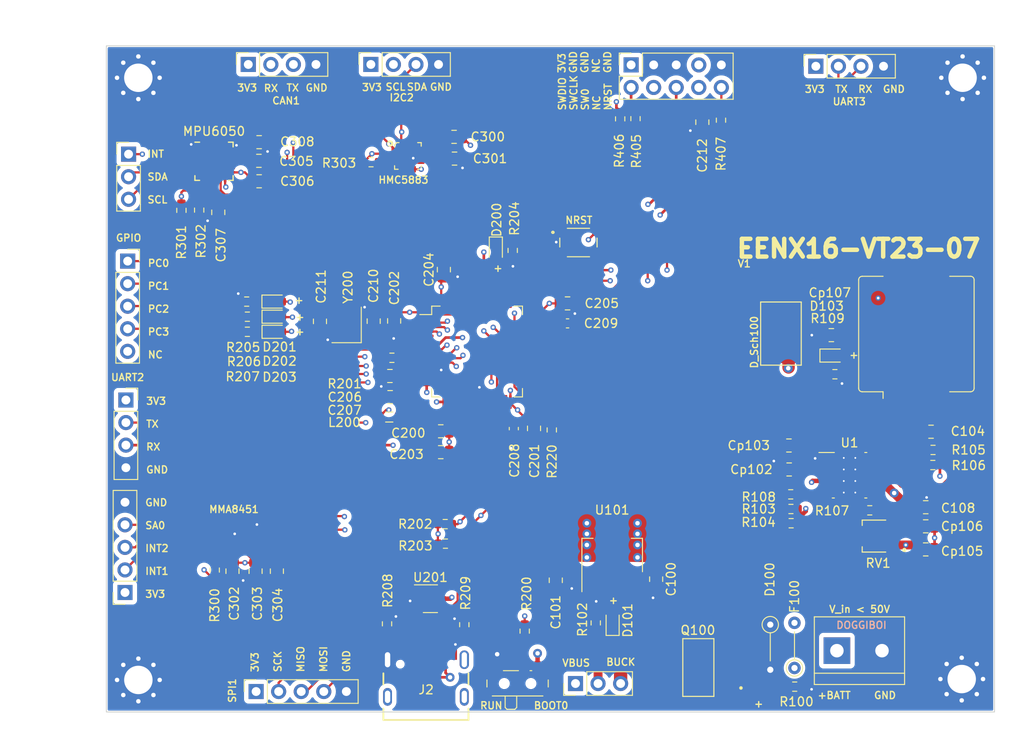
<source format=kicad_pcb>
(kicad_pcb (version 20221018) (generator pcbnew)
  (layers (0 "F.Cu" signal) (1 "In1.Cu" signal) (2 "In2.Cu" signal) (31 "B.Cu" signal) (34 "B.Paste" user) (35 "F.Paste" user) (36 "B.SilkS" user "B.Silkscreen") (37 "F.SilkS" user "F.Silkscreen") (38 "B.Mask" user) (39 "F.Mask" user) (44 "Edge.Cuts" user))
  (net 0 "")
  (net 1 "GND")
  (net 2 "+3.3V")
  (net 3 "/Power circuitery/VCC_LM5017")
  (net 4 "+3.3VA")
  (net 5 "Net-(U200-PH0)")
  (net 6 "Net-(C211-Pad1)")
  (net 7 "Net-(J200-Pin_10)")
  (net 8 "Net-(HMC5883-12(SETC))")
  (net 9 "Net-(HMC5883-8(SETP))")
  (net 10 "Net-(HMC5883-10(C1))")
  (net 11 "Net-(MPU6050-REGOUT)")
  (net 12 "S_reg_in")
  (net 13 "Net-(Cp105-Pad1)")
  (net 14 "SW_REG_OUT")
  (net 15 "Net-(MPU6050-CPOUT)")
  (net 16 "Net-(D100-K)")
  (net 17 "Net-(D100-A)")
  (net 18 "Net-(D101-K)")
  (net 19 "LED1")
  (net 20 "LED2")
  (net 21 "LED3")
  (net 22 "LED4")
  (net 23 "+BATT")
  (net 24 "Net-(D103-K)")
  (net 25 "Net-(D200-K)")
  (net 26 "Net-(D201-K)")
  (net 27 "SWO")
  (net 28 "Net-(D202-K)")
  (net 29 "Net-(D203-K)")
  (net 30 "CAN1_RX")
  (net 31 "CAN1_TX")
  (net 32 "I2C2_SCL")
  (net 33 "I2C2_SDA")
  (net 34 "UART2_TX")
  (net 35 "UART2_RX")
  (net 36 "UART3_TX")
  (net 37 "UART3_RX")
  (net 38 "SPI1_SCK")
  (net 39 "SPI1_MISO")
  (net 40 "SPI1_MOSI")
  (net 41 "INT1")
  (net 42 "INT2")
  (net 43 "SA0")
  (net 44 "PC0")
  (net 45 "PC1")
  (net 46 "PC2")
  (net 47 "PC3")
  (net 49 "+5V")
  (net 50 "USB_CONN_D-")
  (net 51 "USB_CONN_D+")
  (net 52 "/Sensors/AUX_SDA")
  (net 53 "/Sensors/INT")
  (net 54 "/STM32 and Connectivity/BOOT0")
  (net 55 "Net-(HMC5883-4(S1))")
  (net 56 "MPU6050_AD0")
  (net 57 "SWDIO")
  (net 58 "SWCLK")
  (net 59 "NRST")
  (net 62 "Net-(J200-Pin_2)")
  (net 63 "Net-(J200-Pin_4)")
  (net 69 "USB_D-")
  (net 70 "USB_D+")
  (net 79 "Net-(U1-RON)")
  (net 80 "Net-(SW200-B)")
  (net 81 "Net-(U200-PH1)")
  (net 95 "/Power circuitery/LinReg_in")
  (net 98 "/Power circuitery/BST")
  (net 99 "/Power circuitery/SW")
  (net 100 "/Power circuitery/FB")
  (net 101 "/Power circuitery/ULVO")
  (net 103 "/Sensors/AUX_SCL")
  (net 111 "/Sensors/BYP")
  (net 122 "Net-(#FLG0103-pwr)")
  (net 123 "Net-(#FLG0104-pwr)")
  (net 124 "Net-(J2-CC1)")
  (net 126 "Net-(J2-CC2)")
  (footprint "Resistor_SMD:R_0603_1608Metric" (layer "F.Cu") (at 131.6 140.075 -90)
    (fp_text reference "R208")
    (fp_text value "5k1")
  )
  (footprint "Connector_PinHeader_2.54mm:PinHeader_1x03_P2.54mm_Vertical" (layer "F.Cu") (at 152.82 146.8 90)
    (fp_text reference "JP100" hide)
    (fp_text value "Jumper_3_Open")
  )
  (footprint "Capacitor_SMD:C_0805_2012Metric" (layer "F.Cu") (at 112.6 93.75 -90)
    (fp_text reference "C307")
    (fp_text value "0u1")
  )
  (footprint "FSV10150_Shottcky diode:TO-277" (layer "F.Cu") (at 175.95 107.4 90)
    (fp_text reference "D_Sch100")
    (fp_text value "D_Schottky_Small")
  )
  (footprint "Resistor_SMD:R_0603_1608Metric" (layer "F.Cu") (at 177.5 147.15)
    (fp_text reference "R100")
    (fp_text value "10k")
  )
  (footprint "Resistor_SMD:R_0603_1608Metric" (layer "F.Cu") (at 177.1 128.75)
    (fp_text reference "R104")
    (fp_text value "14k")
  )
  (footprint "Connector_PinSocket_2.54mm:PinSocket_1x05_P2.54mm_Vertical" (layer "F.Cu") (at 102.4 99.24)
    (fp_text reference "J209" hide)
    (fp_text value "Conn_01x05")
  )
  (footprint "Capacitor_SMD:C_0805_2012Metric" (layer "F.Cu") (at 151.925 104)
    (fp_text reference "C205")
    (fp_text value "100n")
  )
  (footprint "Resistor_SMD:R_0603_1608Metric" (layer "F.Cu") (at 112.2 134.025 -90)
    (fp_text reference "R300")
    (fp_text value "10k")
  )
  (footprint "LED_SMD:LED_0603_1608Metric" (layer "F.Cu") (at 181.825 109.875)
    (fp_text reference "D103")
    (fp_text value "RED")
  )
  (footprint "Connector_PinSocket_2.54mm:PinSocket_1x04_P2.54mm_Vertical" (layer "F.Cu") (at 129.78 77.1 90)
    (fp_text reference "J203" hide)
    (fp_text value "Conn_01x04")
  )
  (footprint "Capacitor_SMD:C_0805_2012Metric" (layer "F.Cu") (at 132.4 105.975 -90)
    (fp_text reference "C202")
    (fp_text value "100n")
  )
  (footprint "Resistor_SMD:R_0603_1608Metric" (layer "F.Cu") (at 115.875 105.5)
    (fp_text reference "R206")
    (fp_text value "1k")
  )
  (footprint "Capacitor_SMD:C_0805_2012Metric" (layer "F.Cu") (at 139.2 87.7)
    (fp_text reference "C301")
    (fp_text value "4u7")
  )
  (footprint "Crystal:Crystal_SMD_3225-4Pin_3.2x2.5mm" (layer "F.Cu") (at 127.05 106.425 90)
    (fp_text reference "Y200")
    (fp_text value "16Mhz")
  )
  (footprint "Resistor_SMD:R_0603_1608Metric" (layer "F.Cu") (at 177.05 125.5)
    (fp_text reference "R108")
    (fp_text value "499k")
  )
  (footprint "USB_C-USB4105-GF-A:GCT_USB4105-GF-A" (layer "F.Cu") (at 135.98 148.3)
    (fp_text reference "J2")
    (fp_text value "USB_C_Receptacle_USB2.0")
  )
  (footprint "Capacitor_SMD:C_0805_2012Metric" (layer "F.Cu") (at 192.85 118.45 180)
    (fp_text reference "C104")
    (fp_text value "10nF")
  )
  (footprint "Resistor_SMD:R_0603_1608Metric" (layer "F.Cu") (at 145.75 98.0375 90)
    (fp_text reference "R204")
    (fp_text value "1k")
  )
  (footprint "Added footprints:PLCC16-0.5-3X3MM" (layer "F.Cu") (at 132.45 88.9)
    (property "VALUE" "HMC5883L")
    (fp_text reference "HMC5883")
    (fp_text value "HMC5883L" hide)
  )
  (footprint "Capacitor_SMD:C_0805_2012Metric" (layer "F.Cu") (at 117.2 90.25)
    (fp_text reference "C306")
    (fp_text value "10n")
  )
  (footprint "Added footprints:TRIM_TC33X-2-103E" (layer "F.Cu") (at 186.9 130.2 180)
    (fp_text reference "RV1")
    (fp_text value "R_Potentiometer_Small")
  )
  (footprint "TerminalBlock:TerminalBlock_bornier-2_P5.08mm" (layer "F.Cu") (at 182.25 143.1)
    (fp_text reference "J100" hide)
    (fp_text value "Screw_Terminal_01x02")
  )
  (footprint "Package_QFP:LQFP-64_10x10mm_P0.5mm" (layer "F.Cu") (at 141.74 109.42)
    (fp_text reference "U200" hide)
    (fp_text value "STM32F405RGT6")
  )
  (footprint "Capacitor_SMD:C_0805_2012Metric" (layer "F.Cu") (at 117.175 87.95)
    (fp_text reference "C305")
    (fp_text value "0u1")
  )
  (footprint "Connector_PinSocket_2.54mm:PinSocket_2x05_P2.54mm_Vertical" (layer "F.Cu") (at 159.08 77.15 90)
    (fp_text reference "J200" hide)
    (fp_text value "Conn_02x05_Odd_Even")
  )
  (footprint "Capacitor_SMD:C_0805_2012Metric" (layer "F.Cu") (at 119.2 134.15 -90)
    (fp_text reference "C304")
    (fp_text value "0u1")
  )
  (footprint "Capacitor_SMD:C_0603_1608Metric" (layer "F.Cu") (at 145.875 118.1 -90)
    (fp_text reference "C208")
    (fp_text value "2u2")
  )
  (footprint "Resistor_SMD:R_0603_1608Metric" (layer "F.Cu") (at 140.3 140.175 -90)
    (fp_text reference "R209")
    (fp_text value "5k1")
  )
  (footprint "Connector_PinHeader_2.54mm:PinHeader_1x03_P2.54mm_Vertical" (layer "F.Cu") (at 102.5 87.2)
    (fp_text reference "J300" hide)
    (fp_text value "Conn_01x03")
  )
  (footprint "Connector_PinSocket_2.54mm:PinSocket_1x04_P2.54mm_Vertical" (layer "F.Cu") (at 102.2 114.88)
    (fp_text reference "J204" hide)
    (fp_text value "Conn_01x04")
  )
  (footprint "Added footprints:bsp171" (layer "F.Cu") (at 166.65 145 180)
    (fp_text reference "Q100")
    (fp_text value "BSP 171")
  )
  (footprint "Resistor_SMD:R_0603_1608Metric" (layer "F.Cu") (at 138.175 131.05 180)
    (fp_text reference "R203")
    (fp_text value "2k2")
  )
  (footprint "LED_SMD:LED_0603_1608Metric" (layer "F.Cu") (at 119.0125 107.2)
    (fp_text reference "D203")
    (fp_text value "R")
  )
  (footprint "Capacitor_SMD:C_0805_2012Metric" (layer "F.Cu") (at 131.925 112.175 180)
    (fp_text reference "C206")
    (fp_text value "1u")
  )
  (footprint "Capacitor_SMD:C_0805_2012Metric" (layer "F.Cu") (at 161.9 135.05 -90)
    (fp_text reference "C100")
    (fp_text value "10u")
  )
  (footprint "Resistor_SMD:R_0603_1608Metric" (layer "F.Cu") (at 185.95 127.3)
    (fp_text reference "R107")
    (fp_text value "1k")
  )
  (footprint "Resistor_SMD:R_0603_1608Metric" (layer "F.Cu") (at 159.575 83.2 -90)
    (fp_text reference "R405")
    (fp_text value "22")
  )
  (footprint "Resistor_SMD:R_0603_1608Metric" (layer "F.Cu") (at 193.05 122.2)
    (fp_text reference "R106")
    (fp_text value "4M7")
  )
  (footprint "Capacitor_SMD:C_0805_2012Metric" (layer "F.Cu") (at 116.8 134.15 -90)
    (fp_text reference "C303")
    (fp_text value "0u1")
  )
  (footprint "Capacitor_SMD:C_0805_2012Metric" (layer "F.Cu") (at 148.15 118.075 -90)
    (fp_text reference "C201")
    (fp_text value "100n")
  )
  (footprint "Capacitor_SMD:C_0805_2012Metric" (layer "F.Cu") (at 137.65 118.4 180)
    (fp_text reference "C200")
    (fp_text value "4u7")
  )
  (footprint "Resistor_SMD:R_0603_1608Metric" (layer "F.Cu") (at 177.075 127.15 180)
    (fp_text reference "R103")
    (fp_text value "127k")
  )
  (footprint "Resistor_SMD:R_0603_1608Metric" (layer "F.Cu") (at 138.15 128.85 180)
    (fp_text reference "R202")
    (fp_text value "2k2")
  )
  (footprint "Capacitor_SMD:C_0805_2012Metric" (layer "F.Cu") (at 150.6 135.175 -90)
    (fp_text reference "C101")
    (fp_text value "10u")
  )
  (footprint "Package_TO_SOT_SMD:SOT-223-3_TabPin2" (layer "F.Cu") (at 156.95 132.3625 90)
    (fp_text reference "U101")
    (fp_text value "LVR 3.3V")
  )
  (footprint "Inductor_SMD:L_0805_2012Metric_Pad1.05x1.20mm_HandSolder" (layer "F.Cu") (at 131.85 116.8)
    (fp_text reference "L200")
    (fp_text value "10u")
  )
  (footprint "Resistor_SMD:R_0603_1608Metric" (layer "F.Cu") (at 169.2 83.375 -90)
    (fp_text reference "R407")
    (fp_text value "22")
  )
  (footprint "Resistor_SMD:R_0603_1608Metric" (layer "F.Cu") (at 155.1 139.975 -90)
    (fp_text reference "R102")
    (fp_text value "1k")
  )
  (footprint "Resistor_SMD:R_0603_1608Metric" (layer "F.Cu") (at 147.1 140.9 90)
    (fp_text reference "R200")
    (fp_text value "10k")
  )
  (footprint "Capacitor_SMD:C_0805_2012Metric" (layer "F.Cu") (at 139.15 85.25)
    (fp_text reference "C300")
    (fp_text value "0u22")
  )
  (footprint "Connector_PinSocket_2.54mm:PinSocket_1x04_P2.54mm_Vertical" (layer "F.Cu") (at 179.88 77.3 90)
    (fp_text reference "J205" hide)
    (fp_text value "Conn_01x04")
  )
  (footprint "MountingHole:MountingHole_3.2mm_M3_Pad_Via" (layer "F.Cu") (at 196.402944 78.597056)
    (fp_text reference "H3" hide)
    (fp_text value "MountingHole_Pad")
  )
  (footprint "Capacitor_SMD:C_0805_2012Metric" (layer "F.Cu") (at 137.65 120.75 180)
    (fp_text reference "C203")
    (fp_text value "100n")
  )
  (footprint "Capacitor_SMD:C_0805_2012Metric" (layer "F.Cu") (at 130.1 106 90)
    (fp_text reference "C210")
    (fp_text value "12p")
  )
  (footprint "Resistor_SMD:R_0603_1608Metric" (layer "F.Cu") (at 108.45 93.525 -90)
    (fp_text reference "R301")
    (fp_text value "100")
  )
  (footprint "MountingHole:MountingHole_3.2mm_M3_Pad_Via" (layer "F.Cu") (at 196.302944 146.297056)
    (fp_text reference "H1" hide)
    (fp_text value "MountingHole_Pad")
  )
  (footprint "Capacitor_SMD:C_0805_2012Metric" (layer "F.Cu") (at 117.2 85.85)
    (fp_text reference "C308")
    (fp_text value "2n2")
  )
  (footprint "MMA8451QR1_3axis_acce:QFN50P300X300X100-16N" (layer "F.Cu") (at 114.67 129.9906 180)
    (fp_text reference "MMA8451")
    (fp_text value "MMA8451QR1")
  )
  (footprint "Connector_PinSocket_2.54mm:PinSocket_1x05_P2.54mm_Vertical" (layer "F.Cu") (at 102.1 136.55 180)
    (fp_text reference "J208" hide)
    (fp_text value "Conn_01x05")
  )
  (footprint "Resistor_SMD:R_0603_1608Metric" (layer "F.Cu") (at 193.075 120.5)
    (fp_text reference "R105")
    (fp_text value "47k")
  )
  (footprint "Button_Switch_SMD:SW_SPDT_PCM12" (layer "F.Cu") (at 146.3 146.47)
    (fp_text reference "SW200" hide)
    (fp_text value "BOOT0")
  )
  (footprint "Connector_PinSocket_2.54mm:PinSocket_1x04_P2.54mm_Vertical" (layer "F.Cu") (at 115.98 77.1 90)
    (fp_text reference "J201" hide)
    (fp_text value "Conn_01x04")
  )
  (footprint "Capacitor_SMD:C_0805_2012Metric" (layer "F.Cu") (at 192.25 131.7 180)
    (fp_text reference "Cp105")
    (fp_text value "3u3F")
  )
  (footprint "Capacitor_SMD:C_0805_2012Metric" (layer "F.Cu") (at 138 100.2 90)
    (fp_text reference "C204")
    (fp_text value "100n")
  )
  (footprint "Capacitor_SMD:C_0805_2012Metric" (layer "F.Cu") (at 192.25 129.1)
    (fp_text reference "Cp106")
    (fp_text value "0u1")
  )
  (footprint "Capacitor_SMD:C_0805_2012Metric" (layer "F.Cu") (at 176.85 120 180)
    (fp_text reference "Cp103")
    (fp_text value "2u2F/50V")
  )
  (footprint "Capacitor_SMD:C_0805_2012Metric" (layer "F.Cu") (at 176.875 122.7 180)
    (fp_text reference "Cp102")
    (fp_text value "0u47F/50V")
  )
  (footprint "Capacitor_SMD:C_0805_2012Metric" (layer "F.Cu") (at 131.95 114.55 180)
    (fp_text reference "C207")
    (fp_text value "10n")
  )
  (footprint "LED_SMD:LED_0603_1608Metric" (layer "F.Cu") (at 119 103.8)
    (fp_text reference "D201")
    (fp_text value "B")
  )
  (footprint "Capacitor_SMD:C_0805_2012Metric" (layer "F.Cu") (at 114.2 134.15 -90)
    (fp_text reference "C302")
    (fp_text value "4u7")
  )
  (footprint "Sensor_Motion:InvenSense_QFN-24_4x4mm_P0.5mm" (layer "F.Cu") (at 112.12 88)
    (fp_text reference "MPU6050")
    (fp_text value "MPU-6050")
  )
  (footprint "Resistor_THT:R_Axial_DIN0204_L3.6mm_D1.6mm_P5.08mm_Vertical" (layer "F.Cu") (at 177.475 145.05 90)
    (fp_text reference "F100")
    (fp_text value "500mA")
  )
  (footprint "MountingHole:MountingHole_3.2mm_M3_Pad_Via" (layer "F.Cu") (at 103.602944 146.397056)
    (fp_text reference "H2" hide)
    (fp_text value "MountingHole_Pad")
  )
  (footprint "Capacitor_SMD:C_0805_2012Metric" (layer "F.Cu") (at 192.25 126.95 180)
    (fp_text reference "C108")
    (fp_text value "1uF")
  )
  (footprint "LED_SMD:LED_0603_1608Metric" (layer "F.Cu") (at 143.85 98.0125 -90)
    (fp_text reference "D200")
    (fp_text value "Yellow")
  )
  (footprint "Connector_PinSocket_2.54mm:PinSocket_1x05_P2.54mm_Vertical" (layer "F.Cu") (at 116.86 147.7 90)
    (fp_text reference "J207" hide)
    (fp_text value "Conn_01x05")
  )
  (footprint "Resistor_SMD:R_0603_1608Metric" (layer "F.Cu") (at 132.15 110.125)
    (fp_text reference "R201")
    (fp_text value "0")
  )
  (footprint "Package_SO:SOIC-8-1EP_3.9x4.9mm_P1.27mm_EP2.95x4.9mm_Mask2.71x3.4mm_ThermalVias" (layer "F.Cu") (at 183.675 123.35)
    (fp_text reference "U1")
    (fp_text value "LM5017MR")
  )
  (footprint "Package_TO_SOT_SMD:SOT-23-6" (layer "F.Cu") (at 136.4825 137.25)
    (fp_text reference "U201")
    (fp_text value "USBLC6-2SC6")
  )
  (footprint "Resistor_SMD:R_0603_1608Metric" (layer "F.Cu") (at 115.875 107.2)
    (fp_text reference "R207")
    (fp_text value "1k")
  )
  (footprint "MountingHole:MountingHole_3.2mm_M3_Pad_Via" (layer "F.Cu") (at 103.6 78.6)
    (fp_text reference "H4" hide)
    (fp_text value "MountingHole_Pad")
  )
  (footprint "SMD_PUSH_BUTTON-SKRPACE010:SW_SKRPACE010" (layer "F.Cu") (at 153.150152 97.15)
    (fp_text reference "SW1" hide)
    (fp_text value "SW_Push")
  )
  (footprint "LED_SMD:LED_0603_1608Metric" (layer "F.Cu") (at 157 139.9 90)
    (fp_text reference "D101")
    (fp_text value "RED")
  )
  (footprint "Inductor_SMD:L_Bourns_SRR1208_12.7x12.7mm" (layer "F.Cu") (at 191.2 107.45 90)
    (fp_text reference "L100" hide)
    (fp_text value "220u")
  )
  (footprint "Resistor_SMD:R_0603_1608Metric" (layer "F.Cu") (at 157.85 83.225 -90)
    (fp_text reference "R406")
    (fp_text value "22")
  )
  (footprint "Resistor_SMD:R_0603_1608Metric" (layer "F.Cu") (at 150.15 118.25 -90)
    (fp_text reference "R220")
    (fp_text value "10k")
  )
  (footprint "Capacitor_SMD:C_0805_2012Metric" (layer "F.Cu") (at 124.05 106.025 -90)
    (fp_text reference "C211")
    (fp_text value "12p")
  )
  (footprint "Resistor_SMD:R_0603_1608Metric" (layer "F.Cu") (at 110.45 93.5 90)
    (fp_text reference "R302")
    (fp_text value "100")
  )
  (footprint "LED_SMD:LED_0603_1608Metric" (layer "F.Cu") (at 119.0125 105.5)
    (fp_text reference "D202")
    (fp_text value "G")
  )
  (footprint "Resistor_SMD:R_0603_1608Metric" (layer "F.Cu") (at 115.8 103.8)
    (fp_text reference "R205")
    (fp_text value "1k")
  )
  (footprint "Capacitor_SMD:C_0603_1608Metric" (layer "F.Cu") (at 151.925 106.25)
    (fp_text reference "C209")
    (fp_text value "2u2")
  )
  (footprint "Resistor_THT:R_Axial_DIN0204_L3.6mm_D1.6mm_P5.08mm_Vertical" (layer "F.Cu") (at 174.75 140.17 -90)
    (fp_text reference "D100")
    (fp_text value "D_Zener_Small")
  )
  (footprint "Capacitor_SMD:C_0805_2012Metric_Pad1.18x1.45mm_HandSolder" (layer "F.Cu") (at 181.625 107.575 180)
    (fp_text reference "Cp107")
    (fp_text value "22u/25")
  )
  (footprint "Resistor_SMD:R_0603_1608Metric" (layer "F.Cu") (at 129.8 88.1)
    (fp_text reference "R303")
    (fp_text value "22")
  )
  (footprint "Resistor_SMD:R_0603_1608Metric" (layer "F.Cu") (at 182.025 111.975 180)
    (fp_text reference "R109")
    (fp_text value "10k")
  )
  (footprint "Capacitor_SMD:C_0805_2012Metric" (layer "F.Cu") (at 167.1 83.6 -90)
    (fp_text reference "C212")
    (fp_text value "100n")
  )
  (gr_rect (start 100 75) (end 200 150) (stroke (width 0.1)) (fill none) (layer "Edge.Cuts"))
  (gr_text "DOGGIBOI" (at 182.1 140.7) (layer "B.SilkS") (effects (font (size 0.8 0.8) (thickness 0.15) bold) (justify left bottom)))
  (gr_text "SCL" (at 131.35 80.1) (layer "F.SilkS") (effects (font (size 0.8 0.8) (thickness 0.15) bold) (justify left bottom)))
  (gr_text "INT\n\nSDA\n\nSCL" (at 104.55 92.8) (layer "F.SilkS") (effects (font (size 0.8 0.8) (thickness 0.15) bold) (justify left bottom)))
  (gr_text "V_in < 50V" (at 181.3 138.9) (layer "F.SilkS") (effects (font (size 0.8 0.8) (thickness 0.15) bold) (justify left bottom)))
  (gr_text "+" (at 121.1 104.1) (layer "F.SilkS") (effects (font (size 0.8 0.8) (thickness 0.15) bold) (justify left bottom)))
  (gr_text "3V3\n\nSCK\n\nMISO\n\nMOSI\n\nGND" (at 127.5 145.6 90) (layer "F.SilkS") (effects (font (size 0.8 0.8) (thickness 0.15) bold) (justify left bottom)))
  (gr_text "NRST\n" (at 151.6 95.1) (layer "F.SilkS") (effects (font (size 0.8 0.8) (thickness 0.15) bold) (justify left bottom)))
  (gr_text "CAN1" (at 118.6 81.65) (layer "F.SilkS") (effects (font (size 0.8 0.8) (thickness 0.15) bold) (justify left bottom)))
  (gr_text "GND" (at 122.35 80.2) (layer "F.SilkS") (effects (font (size 0.8 0.8) (thickness 0.15) bold) (justify left bottom)))
  (gr_text "I2C2" (at 131.8 81.3) (layer "F.SilkS") (effects (font (size 0.8 0.8) (thickness 0.15) bold) (justify left bottom)))
  (gr_text "RUN" (at 142 149.75) (layer "F.SilkS") (effects (font (size 0.8 0.8) (thickness 0.15) bold) (justify left bottom)))
  (gr_text "+" (at 156.5 137.9) (layer "F.SilkS") (effects (font (size 0.8 0.8) (thickness 0.15) bold) (justify left bottom)))
  (gr_text "VBUS" (at 151.25 144.95) (layer "F.SilkS") (effects (font (size 0.8 0.8) (thickness 0.15) bold) (justify left bottom)))
  (gr_text "3V3" (at 114.65 80.2) (layer "F.SilkS") (effects (font (size 0.8 0.8) (thickness 0.15) bold) (justify left bottom)))
  (gr_text "3V3  TX  RX  GND" (at 178.55 80.35) (layer "F.SilkS") (effects (font (size 0.8 0.8) (thickness 0.15) bold) (justify left bottom)))
  (gr_text "GND" (at 136.35 80.1) (layer "F.SilkS") (effects (font (size 0.8 0.8) (thickness 0.15) bold) (justify left bottom)))
  (gr_text "PC0\n\nPC1\n\nPC2\n\nPC3\n\nNC" (at 104.6 110.25) (layer "F.SilkS") (effects (font (size 0.8 0.8) (thickness 0.15) bold) (justify left bottom)))
  (gr_text "EENX16-VT23-07" (at 170.75 99) (layer "F.SilkS") (effects (font (size 2 2) (thickness 0.5) bold) (justify left bottom)))
  (gr_text "BOOT0" (at 148.05 149.75) (layer "F.SilkS") (effects (font (size 0.8 0.8) (thickness 0.15) bold) (justify left bottom)))
  (gr_text "SWDIO\nSWCLK\nSW0\nNC\nNRST" (at 156.95 82.35 90) (layer "F.SilkS") (effects (font (size 0.8 0.8) (thickness 0.15) bold) (justify left bottom)))
  (gr_text "BUCK" (at 156.2 144.85) (layer "F.SilkS") (effects (font (size 0.8 0.8) (thickness 0.15) bold) (justify left bottom)))
  (gr_text "3V3" (at 128.7 80.15) (layer "F.SilkS") (effects (font (size 0.8 0.8) (thickness 0.15) bold) (justify left bottom)))
  (gr_text "+" (at 121.2 107.65) (layer "F.SilkS") (effects (font (size 0.8 0.8) (thickness 0.15) bold) (justify left bottom)))
  (gr_text "GPIO" (at 101 97.1) (layer "F.SilkS") (effects (font (size 0.8 0.8) (thickness 0.15) bold) (justify left bottom)))
  (gr_text "GND" (at 186.35 148.6) (layer "F.SilkS") (effects (font (size 0.8 0.8) (thickness 0.15) bold) (justify left bottom)))
  (gr_text "RX" (at 117.65 80.25) (layer "F.SilkS") (effects (font (size 0.8 0.8) (thickness 0.15) bold) (justify left bottom)))
  (gr_text "SDA" (at 133.75 80.1) (layer "F.SilkS") (effects (font (size 0.8 0.8) (thickness 0.15) bold) (justify left bottom)))
  (gr_text "GND\n\nSA0\n\nINT2\n\nINT1\n\n3V3" (at 104.3 137.2) (layer "F.SilkS") (effects (font (size 0.8 0.8) (thickness 0.15) bold) (justify left bottom)))
  (gr_text "UART3" (at 181.7 81.75) (layer "F.SilkS") (effects (font (size 0.8 0.8) (thickness 0.15) bold) (justify left bottom)))
  (gr_text "TX" (at 120.2 80.2) (layer "F.SilkS") (effects (font (size 0.8 0.8) (thickness 0.15) bold) (justify left bottom)))
  (gr_text "3V3\nGND\nGND\nNC\nGND" (at 156.9 78.15 90) (layer "F.SilkS") (effects (font (size 0.8 0.8) (thickness 0.15) bold) (justify left bottom)))
  (gr_text "+" (at 143.5 100.5) (layer "F.SilkS") (effects (font (size 0.8 0.8) (thickness 0.15) bold) (justify left bottom)))
  (gr_text "+" (at 172.85 149.55) (layer "F.SilkS") (effects (font (size 0.8 0.8) (thickness 0.15) bold) (justify left bottom)))
  (gr_text "3V3\n\nTX\n\nRX\n\nGND" (at 104.4 123.2) (layer "F.SilkS") (effects (font (size 0.8 0.8) (thickness 0.15) bold) (justify left bottom)))
  (gr_text "V1" (at 171 100) (layer "F.SilkS") (effects (font (size 0.8 0.8) (thickness 0.15) bold) (justify left bottom)))
  (gr_text "UART2" (at 100.45 112.8) (layer "F.SilkS") (effects (font (size 0.8 0.8) (thickness 0.15) bold) (justify left bottom)))
  (gr_text "+" (at 121.2 106) (layer "F.SilkS") (effects (font (size 0.8 0.8) (thickness 0.15) bold) (justify left bottom)))
  (gr_text "+BATT" (at 180 148.6) (layer "F.SilkS") (effects (font (size 0.8 0.8) (thickness 0.15) bold) (justify left bottom)))
  (gr_text "SPI1" (at 114.65 149.05 90) (layer "F.SilkS") (effects (font (size 0.8 0.8) (thickness 0.15) bold) (justify left bottom)))
  (gr_text "+" (at 183.575 110.275) (layer "F.SilkS") (effects (font (size 0.8 0.8) (thickness 0.15) bold) (justify left bottom)))
  (segment (start 132.35 107.95) (end 132.4 108) (width 0.25) (layer "F.Cu") (net 1))
  (segment (start 179.8 121.45) (end 179.795 121.445) (width 1) (layer "F.Cu") (net 1))
  (segment (start 175.9 122.675) (end 175.925 122.7) (width 0.25) (layer "F.Cu") (net 1))
  (segment (start 155.15 137.55) (end 155.1 137.5) (width 1) (layer "F.Cu") (net 1))
  (segment (start 142.614975 113.45) (end 142 113.45) (width 0.25) (layer "F.Cu") (net 1))
  (segment (start 137.7 111.45) (end 137.4 111.15) (width 0.3) (layer "F.Cu") (net 1))
  (segment (start 179.795 121.445) (end 179.755 121.445) (width 1) (layer "F.Cu") (net 1))
  (segment (start 152.7 106.25) (end 152.7 104.55) (width 0.3) (layer "F.Cu") (net 1))
  (segment (start 136.7 120.75) (end 136.7 118.4) (width 0.25) (layer "F.Cu") (net 1))
  (segment (start 124.925 108.1) (end 124.95 108.125) (width 0.25) (layer "F.Cu") (net 1))
  (segment (start 137.7 111.5) (end 137.7 111.45) (width 0.3) (layer "F.Cu") (net 1))
  (segment (start 111.4 94.7) (end 110.825 94.7) (width 0.25) (layer "F.Cu") (net 1))
  (segment (start 192.35 126.1) (end 192.425 126.175) (width 0.25) (layer "F.Cu") (net 1))
  (segment (start 140 88.75) (end 140.05 88.7) (width 0.25) (layer "F.Cu") (net 1))
  (segment (start 118.125 85.875) (end 118.15 85.85) (width 0.25) (layer "F.Cu") (net 1))
  (segment (start 143.49 115.095) (end 143.49 114.325025) (width 0.25) (layer "F.Cu") (net 1))
  (segment (start 112.6 94.7) (end 111.4 94.7) (width 0.25) (layer "F.Cu") (net 1))
  (segment (start 134.2 137.45) (end 134.2 137.5) (width 0.25) (layer "F.Cu") (net 1))
  (segment (start 124.95 108.125) (end 125.2 108.125) (width 0.25) (layer "F.Cu") (net 1))
  (segment (start 113.35 91.75) (end 116.65 91.75) (width 0.25) (layer "F.Cu") (net 1))
  (segment (start 152.425 136.125) (end 154.0375 136.125) (width 1) (layer "F.Cu") (net 1))
  (segment (start 179.805 121.445) (end 179.8 121.45) (width 1) (layer "F.Cu") (net 1))
  (segment (start 115.05 103.05) (end 114.9 102.9) (width 0.25) (layer "F.Cu") (net 1))
  (segment (start 114.85 102.9) (end 114.85 102.85) (width 0.25) (layer "F.Cu") (net 1))
  (segment (start 131 112.2) (end 130.975 112.175) (width 0.25) (layer "F.Cu") (net 1))
  (segment (start 114.85 102.85) (end 114.85 102.85) (width 0.25) (layer "F.Cu") (net 1))
  (segment (start 192.425 126.175) (end 193.2 126.95) (width 0.3) (layer "F.Cu") (net 1))
  (segment (start 137.75 111.5) (end 137.7 111.5) (width 0.3) (layer "F.Cu") (net 1))
  (segment (start 140.3 139.35) (end 140.15 139.5) (width 0.25) (layer "F.Cu") (net 1))
  (segment (start 134.55 87.65) (end 134.55 87.75) (width 0.25) (layer "F.Cu") (net 1))
  (segment (start 179.1 147.15) (end 179.4 147.45) (width 0.5) (layer "F.Cu") (net 1))
  (segment (start 145.575 120.3) (end 145.575 120.3) (width 0.25) (layer "F.Cu") (net 1))
  (segment (start 152.375 136.125) (end 152.4 136.1) (width 1) (layer "F.Cu") (net 1))
  (segment (start 144.05 143.45) (end 144.1 143.4) (width 0.5) (layer "F.Cu") (net 1))
  (segment (start 150.6 136.125) (end 152.375 136.125) (width 1) (layer "F.Cu") (net 1))
  (segment (start 161.55 136.35) (end 161.9 136) (width 1) (layer "F.Cu") (net 1))
  (segment (start 129.525 104.475) (end 130.1 105.05) (width 0.25) (layer "F.Cu") (net 1))
  (segment (start 114.3 135.2) (end 114.2 135.1) (width 0.25) (layer "F.Cu") (net 1))
  (segment (start 180.5875 107.575) (end 179.425 107.575) (width 1) (layer "F.Cu") (net 1))
  (segment (start 145.575 120.3) (end 145.5 120.375) (width 0.25) (layer "F.Cu") (net 1))
  (segment (start 118.125 87.95) (end 118.125 85.875) (width 0.25) (layer "F.Cu") (net 1))
  (segment (start 119.2 135.1) (end 116.8 135.1) (width 0.5) (layer "F.Cu") (net 1))
  (segment (start 138.49 115.095) (end 138.49 113.988529) (width 0.3) (layer "F.Cu") (net 1))
  (segment (start 140.15 88) (end 140.15 87.7) (width 0.25) (layer "F.Cu") (net 1))
  (segment (start 112.87 91.27) (end 113.35 91.75) (width 0.25) (layer "F.Cu") (net 1))
  (segment (start 138.4 99.425) (end 138 99.425) (width 0.25) (layer "F.Cu") (net 1))
  (segment (start 179.425 107.575) (end 179.475 107.575) (width 1) (layer "F.Cu") (net 1))
  (segment (start 135.345 137.25) (end 134.4 137.25) (width 0.25) (layer "F.Cu") (net 1))
  (segment (start 138.49 102.86) (end 138.49 103.745) (width 0.25) (layer "F.Cu") (net 1))
  (segment (start 113.4 129.4826) (end 114.0826 129.4826) (width 0.25) (layer "F.Cu") (net 1))
  (segment (start 129.025 104.475) (end 129.075 104.425) (width 0.25) (layer "F.Cu") (net 1))
  (segment (start 112.87 89.95) (end 112.87 91.27) (width 0.25) (layer "F.Cu") (net 1))
  (segment (start 139.55 101) (end 139.55 100.575) (width 0.25) (layer "F.Cu") (net 1))
  (segment (start 145.775 98.8875) (end 145.75 98.8625) (width 0.3) (layer "F.Cu") (net 1))
  (segment (start 124.05 106.975) (end 124.05 107.475) (width 0.25) (layer "F.Cu") (net 1))
  (segment (start 132.235 143.545) (end 131.66 144.12) (width 0.5) (layer "F.Cu") (net 1))
  (segment (start 118.15 90.25) (end 118.15 89.45) (width 0.25) (layer "F.Cu") (net 1))
  (segment (start 116.85 129) (end 115.94 129) (width 0.25) (layer "F.Cu") (net 1))
  (segment (start 175.15 121.925) (end 175.925 122.7) (width 1) (layer "F.Cu") (net 1))
  (segment (start 145.875 119.05) (end 148.125 119.05) (width 0.25) (layer "F.Cu") (net 1))
  (segment (start 114.45 130.1304) (end 114.0818 130.4986) (width 0.25) (layer "F.Cu") (net 1))
  (segment (start 175.9 120) (end 175.9 122.675) (width 0.25) (layer "F.Cu") (net 1))
  (segment (start 125.8 107.525) (end 126.2 107.525) (width 0.25) (layer "F.Cu") (net 1))
  (segment (start 139.55 100.575) (end 138.4 99.425) (width 0.25) (layer "F.Cu") (net 1))
  (segment (start 134.4 137.25) (end 134.2 137.45) (width 0.25) (layer "F.Cu") (net 1))
  (segment (start 127.9 105.325) (end 128.75 104.475) (width 0.25) (layer "F.Cu") (net 1))
  (segment (start 179.4 147.45) (end 179.45 147.5) (width 0.25) (layer "F.Cu") (net 1))
  (segment (start 145.775 99.825) (end 145.775 98.8875) (width 0.3) (layer "F.Cu") (net 1))
  (segment (start 138.49 113.988529) (end 138.05 113.548529) (width 0.3) (layer "F.Cu") (net 1))
  (segment (start 151.075152 96.674848) (end 150.65 97.1) (width 0.25) (layer "F.Cu") (net 1))
  (segment (start 116.65 91.75) (end 118.15 90.25) (width 0.25) (layer "F.Cu") (net 1))
  (segment (start 115.4 135.2) (end 114.3 135.2) (width 0.25) (layer "F.Cu") (net 1))
  (segment (start 131.6 139.25) (end 132.6 139.25) (width 0.25) (layer "F.Cu") (net 1))
  (segment (start 151.075152 96.075) (end 151.075152 96.674848) (width 0.25) (layer "F.Cu") (net 1))
  (segment (start 125.2 108.125) (end 125.8 107.525) (width 0.25) (layer "F.Cu") (net 1))
  (segment (start 152.4 136.1) (end 152.425 136.125) (width 1) (layer "F.Cu") (net 1))
  (segment (start 109.55 86.1) (end 109.5 86.1) (width 0.25) (layer "F.Cu") (net 1))
  (segment (start 114.45 129.95) (end 114.45 130.1304) (width 0.25) (layer "F.Cu") (net 1))
  (segment (start 139.18 143.545) (end 139.18 142.52) (width 0.25) (layer "F.Cu") (net 1))
  (segment (start 140.15 88.6) (end 140.1 88.65) (width 0.25) (layer "F.Cu") (net 1))
  (segment (start 140.15 139.5) (end 139.2 139.5) (width 0.25) (layer "F.Cu") (net 1))
  (segment (start 179.4 147.45) (end 179.4 147.45) (width 0.25) (layer "F.Cu") (net 1))
  (segment (start 140.1 88.75) (end 140 88.75) (width 0.25) (layer "F.Cu") (net 1))
  (segment (start 138.05 113.548529) (end 138.05 111.8) (width 0.3) (layer "F.Cu") (net 1))
  (segment (start 165.75 84.55) (end 167.1 84.55) (width 0.25) (layer "F.Cu") (net 1))
  (segment (start 192.35 125.85) (end 192.35 126.1) (width 0.25) (layer "F.Cu") (net 1))
  (segment (start 138.49 115.095) (end 138.49 116.61) (width 0.25) (layer "F.Cu") (net 1))
  (segment (start 118.2 88.025) (end 118.125 87.95) (width 0.25) (layer "F.Cu") (net 1))
  (segment (start 179.755 121.445) (end 179.75 121.45) (width 1) (layer "F.Cu") (net 1))
  (segment (start 134.85 87.15) (end 134.55 87.45) (width 0.25) (layer "F.Cu") (net 1))
  (segment (start 182.85 113) (end 182.825 113.025) (width 0.25) (layer "F.Cu") (net 1))
  (segment (start 138.05 111.8) (end 137.75 111.5) (width 0.3) (layer "F.Cu") (net 1))
  (segment (start 134.95 88.15) (end 135.45 88.15) (width 0.25) (layer "F.Cu") (net 1))
  (segment (start 144.05 145.04) (end 144 143.5) (width 0.5) (layer "F.Cu") (net 1))
  (segment (start 114.9 102.9) (end 114.85 102.9) (width 0.25) (layer "F.Cu") (net 1))
  (segment (start 155.1 137.6) (end 155.15 137.55) (width 1) (layer "F.Cu") (net 1))
  (segment (start 115.05 107.2) (end 115.05 103.05) (width 0.25) (layer "F.Cu") (net 1))
  (segment (start 116.7 135.2) (end 116.8 135.1) (width 0.25) (layer "F.Cu") (net 1))
  (segment (start 109.5 86.1) (end 109.45 86.05) (width 0.25) (layer "F.Cu") (net 1))
  (segment (start 178.325 147.15) (end 179.1 147.15) (width 0.5) (layer "F.Cu") (net 1))
  (segment (start 129.125 104.475) (end 129.525 104.475) (width 0.25) (layer "F.Cu") (net 1))
  (segment (start 139.18 142.52) (end 139.3 142.4) (width 0.25) (layer "F.Cu") (net 1))
  (segment (start 115.4 135.2) (end 116.7 135.2) (width 0.25) (layer "F.Cu") (net 1))
  (segment (start 114.45 129.85) (end 114.4 129.8) (width 0.25) (layer "F.Cu") (net 1))
  (segment (start 145.575 120.3) (end 145.575 120.3) (width 0.25) (layer "F.Cu") (net 1))
  (segment (start 155.1 139.15) (end 155.1 137.6) (width 1) (layer "F.Cu") (net 1))
  (segment (start 118.2 89.4) (end 118.2 88.025) (width 0.25) (layer "F.Cu") (net 1))
  (segment (start 155.1 137.5) (end 155.1 135.9625) (width 1) (layer "F.Cu") (net 1))
  (segment (start 124.7 108.125) (end 124.9 108.125) (width 0.25) (layer "F.Cu") (net 1))
  (segment (start 175.15 121.75) (end 175.15 121.925) (width 1) (layer "F.Cu") (net 1))
  (segment (start 182.85 111.975) (end 182.85 113) (width 0.25) (layer "F.Cu") (net 1))
  (segment (start 140.15 87.7) (end 140.15 88.6) (width 0.25) (layer "F.Cu") (net 1))
  (segment (start 181.1125 121.445) (end 179.805 121.445) (width 1) (layer "F.Cu") (net 1))
  (segment (start 132.78 143.545) (end 132.235 143.545) (width 0.5) (layer "F.Cu") (net 1))
  (segment (start 144 143.5) (end 144.05 143.45) (width 0.5) (layer "F.Cu") (net 1))
  (segment (start 128.75 104.475) (end 129.025 104.475) (width 0.25) (layer "F.Cu") (net 1))
  (segment (start 110.17 86.75) (end 110.15 86.75) (width 0.25) (layer "F.Cu") (net 1))
  (segment (start 114.4 129.8) (end 114.4 129.9) (width 0.25) (layer "F.Cu") (net 1))
  (segment (start 132.4 106.75) (end 132.35 107.95) (width 0.25) (layer "F.Cu") (net 1))
  (segment (start 118.15 89.45) (end 118.2 89.4) (width 0.25) (layer "F.Cu") (net 1))
  (segment (start 131 114.55) (end 131 112.2) (width 0.25) (layer "F.Cu") (net 1))
  (segment (start 145.875 119.05) (end 145.875 120) (width 0.25) (layer "F.Cu") (net 1))
  (segment (start 154.0375 136.125) (end 154.65 135.5125) (width 1) (layer "F.Cu") (net 1))
  (segment (start 143.49 114.325025) (end 142.614975 113.45) (width 0.25) (layer "F.Cu") (net 1))
  (segment (start 114.1 86.75) (end 114.65 86.2) (width 0.25) (layer "F.Cu") (net 1))
  (segment (start 136.085 111.15) (end 136.065 111.17) (width 0.3) (layer "F.Cu") (net 1))
  (segment (start 134.55 87.75) (end 134.95 88.15) (width 0.25) (layer "F.Cu") (net 1))
  (segment (start 114.45 129.95) (end 114.45 129.85) (width 0.25) (layer "F.Cu") (net 1))
  (segment (start 131 114.55) (end 130.9 114.55) (width 0.25) (layer "F.Cu") (net 1))
  (segment (start 139.55 101) (end 139.55 101.8) (width 0.25) (layer "F.Cu") (net 1))
  (segment (start 155.1 135.9625) (end 154.65 135.5125) (width 1) (layer "F.Cu") (net 1))
  (segment (start 140.1 88.65) (end 140.1 88.75) (width 0.25) (layer "F.Cu") (net 1))
  (segment (start 114.07 86.75) (end 114.1 86.75) (width 0.25) (layer "F.Cu") (net 1))
  (segment (start 148.125 119.05) (end 148.15 119.025) (width 0.25) (layer "F.Cu") (net 1))
  (segment (start 109.55 86.15) (end 109.55 86.1) (width 0.25) (layer "F.Cu") (net 1))
  (segment (start 161.55 137.15) (end 161.55 136.35) (width 1) (layer "F.Cu") (net 1))
  (segment (start 124.9 108.125) (end 124.925 108.1) (width 0.25) (layer "F.Cu") (net 1))
  (segment (start 129.075 104.425) (end 129.125 104.475) (width 0.25) (layer "F.Cu") (net 1))
  (segment (start 116.95 128.9) (end 116.85 129) (width 0.25) (layer "F.Cu") (net 1))
  (segment (start 139.55 101.8) (end 138.49 102.86) (width 0.25) (layer "F.Cu") (net 1))
  (segment (start 114.0826 129.4826) (end 114.4 129.8) (width 0.25) (layer "F.Cu") (net 1))
  (segment (start 137.4 111.15) (end 136.085 111.15) (width 0.3) (layer "F.Cu") (net 1))
  (segment (start 114.4 129.9) (end 114.45 129.95) (width 0.25) (layer "F.Cu") (net 1))
  (segment (start 124.05 107.475) (end 124.7 108.125) (width 0.25) (layer "F.Cu") (net 1))
  (segment (start 139.2 139.5) (end 139.1 139.5) (width 0.25) (layer "F.Cu") (net 1))
  (segment (start 145.875 120) (end 145.575 120.3) (width 0.25) (layer "F.Cu") (net 1))
  (segment (start 134.55 87.45) (end 134.55 87.65) (width 0.25) (layer "F.Cu") (net 1))
  (segment (start 138.49 116.61) (end 136.7 118.4) (width 0.25) (layer "F.Cu") (net 1))
  (segment (start 110.825 94.7) (end 110.45 94.325) (width 0.25) (layer "F.Cu") (net 1))
  (segment (start 114.0818 130.4986) (end 113.4 130.4986) (width 0.25) (layer "F.Cu") (net 1))
  (segment (start 135.45 87.15) (end 134.85 87.15) (width 0.25) (layer "F.Cu") (net 1))
  (segment (start 179.4 147.45) (end 179.4 147.45) (width 0.25) (layer "F.Cu") (net 1))
  (segment (start 110.15 86.75) (end 109.55 86.15) (width 0.25) (layer "F.Cu") (net 1))
  (via (at 139.55 101) (size 0.6) (drill 0.3) (layers "F.Cu" "B.Cu") (net 1))
  (via (at 139.2 139.5) (size 0.6) (drill 0.3) (layers "F.Cu" "B.Cu") (net 1))
  (via (at 114.85 102.9) (size 0.6) (drill 0.3) (layers "F.Cu" "B.Cu") (net 1))
  (via (at 179.8 121.45) (size 0.6) (drill 0.3) (layers "F.Cu" "B.Cu") (net 1))
  (via (at 152.4 136.1) (size 0.6) (drill 0.3) (layers "F.Cu" "B.Cu") (net 1))
  (via (at 145.775 99.825) (size 0.6) (drill 0.3) (layers "F.Cu" "B.Cu") (net 1))
  (via (at 182.825 113.025) (size 0.6) (drill 0.3) (layers "F.Cu" "B.Cu") (net 1))
  (via (at 155.15 137.55) (size 0.6) (drill 0.3) (layers "F.Cu" "B.Cu") (net 1))
  (via (at 134.2 137.5) (size 0.6) (drill 0.3) (layers "F.Cu" "B.Cu") (net 1))
  (via (at 179.425 107.575) (size 0.6) (drill 0.3) (layers "F.Cu" "B.Cu") (net 1))
  (via (at 142 113.45) (size 0.6) (drill 0.3) (layers "F.Cu" "B.Cu") (net 1))
  (via (at 152.75 105.15) (size 0.6) (drill 0.3) (layers "F.Cu" "B.Cu") (net 1))
  (via (at 115.4 135.2) (size 0.6) (drill 0.3) (layers "F.Cu" "B.Cu") (net 1))
  (via (at 129.075 104.425) (size 0.6) (drill 0.3) (layers "F.Cu" "B.Cu") (net 1))
  (via (at 140.1 88.75) (size 0.6) (drill 0.3) (layers "F.Cu" "B.Cu") (net 1))
  (via (at 130.95 113.35) (size 0.6) (drill 0.3) (layers "F.Cu" "B.Cu") (net 1))
  (via (at 111.4 94.7) (size 0.6) (drill 0.3) (layers "F.Cu" "B.Cu") (net 1))
  (via (at 132.6 139.25) (size 0.6) (drill 0.3) (layers "F.Cu" "B.Cu") (net 1))
  (via (at 114.45 129.95) (size 0.6) (drill 0.3) (layers "F.Cu" "B.Cu") (net 1))
  (via (at 179.4 147.45) (size 0.6) (drill 0.3) (layers "F.Cu" "B.Cu") (net 1))
  (via (at 116.95 128.9) (size 0.6) (drill 0.3) (layers "F.Cu" "B.Cu") (net 1))
  (via (at 139.3 142.4) (size 0.6) (drill 0.3) (layers "F.Cu" "B.Cu") (net 1))
  (via (at 144 143.5) (size 1) (drill 0.5) (layers "F.Cu" "B.Cu") (net 1))
  (via (at 150.65 97.1) (size 0.6) (drill 0.3) (layers "F.Cu" "B.Cu") (net 1))
  (via (at 175.15 121.75) (size 0.6) (drill 0.3) (layers "F.Cu" "B.Cu") (net 1))
  (via (at 109.55 86.1) (size 0.6) (drill 0.3) (layers "F.Cu" "B.Cu") (net 1))
  (via (at 192.35 125.85) (size 0.6) (drill 0.3) (layers "F.Cu" "B.Cu") (net 1))
  (via (at 134.55 87.65) (size 0.6) (drill 0.3) (layers "F.Cu" "B.Cu") (net 1))
  (via (at 165.75 84.55) (size 0.6) (drill 0.3) (layers "F.Cu" "B.Cu") (net 1))
  (via (at 124.925 108.1) (size 0.6) (drill 0.3) (layers "F.Cu" "B.Cu") (net 1))
  (via (at 132.35 107.95) (size 0.6) (drill 0.3) (layers "F.Cu" "B.Cu") (net 1))
  (via (at 118.15 86.9) (size 0.6) (drill 0.3) (layers "F.Cu" "B.Cu") (net 1))
  (via (at 137.7 111.5) (size 0.6) (drill 0.3) (layers "F.Cu" "B.Cu") (net 1))
  (via (at 114.65 86.2) (size 0.6) (drill 0.3) (layers "F.Cu" "B.Cu") (net 1))
  (via (at 161.55 137.15) (size 0.6) (drill 0.3) (layers "F.Cu" "B.Cu") (net 1))
  (via (at 145.575 120.3) (size 0.6) (drill 0.3) (layers "F.Cu" "B.Cu") (net 1))
  (segment (start 138.6 118.4) (end 138.99 118.01) (width 0.25) (layer "F.Cu") (net 2))
  (segment (start 116.8 133.2) (end 115.6 133.2) (width 0.25) (layer "F.Cu") (net 2))
  (segment (start 131.8 116) (end 131.5 116) (width 0.25) (layer "F.Cu") (net 2))
  (segment (start 115.94 130.9812) (end 115.94 132.34) (width 0.25) (layer "F.Cu") (net 2))
  (segment (start 137.325 131.025) (end 137.35 131.05) (width 0.25) (layer "F.Cu") (net 2))
  (segment (start 129.925 87.15) (end 129.925 87.15) (width 0.25) (layer "F.Cu") (net 2))
  (segment (start 134.05 87.15) (end 132.45 87.15) (width 0.25) (layer "F.Cu") (net 2))
  (segment (start 132.45 87.15) (end 129.925 87.15) (width 0.25) (layer "F.Cu") (net 2))
  (segment (start 134.15 105) (end 132.6 105) (width 0.25) (layer "F.Cu") (net 2))
  (segment (start 111.37 89.95) (end 111.37 90.369975) (width 0.25) (layer "F.Cu") (net 2))
  (segment (start 148.205 105.67) (end 149.875 104) (width 0.25) (layer "F.Cu") (net 2))
  (segment (start 157 138.775) (end 157 135.5625) (width 1) (layer "F.Cu") (net 2))
  (segment (start 156.95 129.2125) (end 156.95 135.5125) (width 1) (layer "F.Cu") (net 2))
  (segment (start 134.7 85.9) (end 134.7 86.5) (width 0.25) (layer "F.Cu") (net 2))
  (segment (start 146.25 116) (end 145.49 115.24) (width 0.25) (layer "F.Cu") (net 2))
  (segment (start 129.9 87.15) (end 129.9 87.175) (width 0.25) (layer "F.Cu") (net 2))
  (segment (start 114.07 89.25) (end 115.15 89.25) (width 0.25) (layer "F.Cu") (net 2))
  (segment (start 147.25 117) (end 146.3 116.05) (width 0.25) (layer "F.Cu") (net 2))
  (segment (start 137.7 103.455) (end 137.7 102.15) (width 0.25) (layer "F.Cu") (net 2))
  (segment (start 110.439975 91.3) (end 108.65 91.3) (width 0.25) (layer "F.Cu") (net 2))
  (segment (start 147.415 105.67) (end 148.205 105.67) (width 0.25) (layer "F.Cu") (net 2))
  (segment (start 147.25 117) (end 147.45 117) (width 0.25) (layer "F.Cu") (net 2))
  (segment (start 149.875 104) (end 150.975 104) (width 0.25) (layer "F.Cu") (net 2))
  (segment (start 136.065 105.67) (end 135.395 105) (width 0.25) (layer "F.Cu") (net 2))
  (segment (start 114.162 133.162) (end 114.2 133.2) (width 0.25) (layer "F.Cu") (net 2))
  (segment (start 157 135.5625) (end 156.95 135.5125) (width 1) (layer "F.Cu") (net 2))
  (segment (start 137.99 103.745) (end 137.7 103.455) (width 0.25) (layer "F.Cu") (net 2))
  (segment (start 129.925 87.15) (end 129.9 87.15) (width 0.25) (layer "F.Cu") (net 2))
  (segment (start 116.2 89.85) (end 116.2 87.975) (width 0.25) (layer "F.Cu") (net 2))
  (segment (start 114.162 131.2606) (end 114.162 133.162) (width 0.25) (layer "F.Cu") (net 2))
  (segment (start 137.325 128.85) (end 137.325 131.025) (width 0.25) (layer "F.Cu") (net 2))
  (segment (start 156.95 134.3) (end 156.95 135.5125) (width 0.5) (layer "F.Cu") (net 2))
  (segment (start 115.6 133.2) (end 114.2 133.2) (width 0.25) (layer "F.Cu") (net 2))
  (segment (start 115.6 89.25) (end 116.2 89.85) (width 0.25) (layer "F.Cu") (net 2))
  (segment (start 150.15 119.075) (end 148.2 117.125) (width 0.25) (layer "F.Cu") (net 2))
  (segment (start 114.2 133.2) (end 112.2 133.2) (width 0.25) (layer "F.Cu") (net 2))
  (segment (start 132.6 105) (end 132.4 105.2) (width 0.25) (layer "F.Cu") (net 2))
  (segment (start 148.2 117.125) (end 148.15 117.125) (width 0.25) (layer "F.Cu") (net 2))
  (segment (start 138.99 118.01) (end 138.99 115.095) (width 0.25) (layer "F.Cu") (net 2))
  (segment (start 138.6 120.75) (end 138.6 119.6) (width 0.25) (layer "F.Cu") (net 2))
  (segment (start 135.395 105) (end 134.15 105) (width 0.25) (layer "F.Cu") (net 2))
  (segment (start 129.9 87.175) (end 128.975 88.1) (width 0.25) (layer "F.Cu") (net 2))
  (segment (start 115.94 132.34) (end 116.8 133.2) (width 0.25) (layer "F.Cu") (net 2))
  (segment (start 134.7 86.5) (end 134.05 87.15) (width 0.25) (layer "F.Cu") (net 2))
  (segment (start 137.7 101.275) (end 138 100.975) (width 0.25) (layer "F.Cu") (net 2))
  (segment (start 108.65 91.3) (end 108.45 91.5) (width 0.25) (layer "F.Cu") (net 2))
  (segment (start 146.3 116) (end 146.25 116) (width 0.25) (layer "F.Cu") (net 2))
  (segment (start 108.45 91.5) (end 108.45 91.95) (width 0.25) (layer "F.Cu") (net 2))
  (segment (start 137.7 102.15) (end 137.7 101.275) (width 0.25) (layer "F.Cu") (net 2))
  (segment (start 145.49 115.24) (end 145.49 115.095) (width 0.25) (layer "F.Cu") (net 2))
  (segment (start 148.55 143.4) (end 148.55 145.04) (width 0.5) (layer "F.Cu") (net 2))
  (segment (start 145.49 115.095) (end 145.49 113.8) (width 0.25) (layer "F.Cu") (net 2))
  (segment (start 111.37 90.369975) (end 110.439975 91.3) (width 0.25) (layer "F.Cu") (net 2))
  (segment (start 138.6 119.6) (end 138.6 118.4) (width 0.25) (layer "F.Cu") (net 2))
  (segment (start 146.3 116.05) (end 146.3 116) (width 0.25) (layer "F.Cu") (net 2))
  (segment (start 115.15 89.25) (end 115.6 89.25) (width 0.25) (layer "F.Cu") (net 2))
  (segment (start 108.45 91.95) (end 108.45 92.7) (width 0.25) (layer "F.Cu") (net 2))
  (segment (start 131.5 116) (end 130.7 116.8) (width 0.25) (layer "F.Cu") (net 2))
  (segment (start 116.2 87.975) (end 116.225 87.95) (width 0.25) (layer "F.Cu") (net 2))
  (via (at 115.6 133.2) (size 0.6) (drill 0.3) (layers "F.Cu" "B.Cu") (net 2))
  (via (at 159.8 128.75) (size 1) (drill 0.5) (layers "F.Cu" "B.Cu") (net 2))
  (via (at 131.8 116) (size 0.6) (drill 0.3) (layers "F.Cu" "B.Cu") (net 2))
  (via (at 146.3 116) (size 0.6) (drill 0.3) (layers "F.Cu" "B.Cu") (net 2))
  (via (at 137.7 102.15) (size 0.6) (drill 0.3) (layers "F.Cu" "B.Cu") (net 2))
  (via (at 154.1 129.95) (size 1) (drill 0.5) (layers "F.Cu" "B.Cu") (net 2))
  (via (at 159.8 132.6) (size 1) (drill 0.5) (layers "F.Cu" "B.Cu") (net 2))
  (via (at 115.15 89.25) (size 0.6) (drill 0.3) (layers "F.Cu" "B.Cu") (net 2))
  (via (at 148.55 143.4) (size 1) (drill 0.5) (layers "F.Cu" "B.Cu") (net 2))
  (via (at 159.8 131.2) (size 1) (drill 0.5) (layers "F.Cu" "B.Cu") (net 2))
  (via (at 134.15 105) (size 0.6) (drill 0.3) (layers "F.Cu" "B.Cu") (net 2))
  (via (at 154.1 131.2) (size 1) (drill 0.5) (layers "F.Cu" "B.Cu") (net 2))
  (via (at 154.1 128.75) (size 1) (drill 0.5) (layers "F.Cu" "B.Cu") (net 2))
  (via (at 129.9 87.15) (size 0.6) (drill 0.3) (layers "F.Cu" "B.Cu") (net 2))
  (via (at 108.45 91.95) (size 0.6) (drill 0.3) (layers "F.Cu" "B.Cu") (net 2))
  (via (at 149.875 104) (size 0.6) (drill 0.3) (layers "F.Cu" "B.Cu") (net 2))
  (via (at 145.49 113.8) (size 0.6) (drill 0.3) (layers "F.Cu" "B.Cu") (net 2))
  (via (at 138.6 119.6) (size 0.6) (drill 0.3) (layers "F.Cu" "B.Cu") (net 2))
  (via (at 137.35 129.95) (size 0.6) (drill 0.3) (layers "F.Cu" "B.Cu") (net 2))
  (via (at 159.8 129.95) (size 1) (drill 0.5) (layers "F.Cu" "B.Cu") (net 2))
  (via (at 154.1 132.6) (size 1) (drill 0.5) (layers "F.Cu" "B.Cu") (net 2))
  (segment (start 190.6075 126.95) (end 191.3 126.95) (width 0.5) (layer "F.Cu") (net 3))
  (segment (start 175.95 108.4) (end 176.81 109.26) (width 1.4) (layer "F.Cu") (net 3))
  (segment (start 176.81 109.26) (end 176.81 111.21) (width 1.4) (layer "F.Cu") (net 3))
  (segment (start 187.2725 123.985) (end 188.6375 125.35) (width 1) (layer "F.Cu") (net 3))
  (segment (start 190.3 126.95) (end 191.3 126.95) (width 1) (layer "F.Cu") (net 3))
  (segment (start 190.4225 127.135) (end 190.6075 126.95) (width 0.5) (layer "F.Cu") (net 3))
  (segment (start 188.6375 125.35) (end 188.7 125.35) (width 1) (layer "F.Cu") (net 3))
  (segment (start 188.7 125.35) (end 190.3 126.95) (width 1) (layer "F.Cu") (net 3))
  (segment (start 186.2375 123.985) (end 187.2725 123.985) (width 1) (layer "F.Cu") (net 3))
  (via (at 188.7 125.35) (size 1) (drill 0.5) (layers "F.Cu" "B.Cu") (net 3))
  (via (at 176.775 111.3) (size 1) (drill 0.5) (layers "F.Cu" "B.Cu") (net 3))
  (segment (start 132.9 112.2) (end 132.875 112.175) (width 0.25) (layer "F.Cu") (net 4))
  (segment (start 132.5 111.8) (end 132.6 111.7) (width 0.3) (layer "F.Cu") (net 4))
  (segment (start 136.065 111.67) (end 133.38 111.67) (width 0.3) (layer "F.Cu") (net 4))
  (segment (start 133.38 111.67) (end 132.875 112.175) (width 0.3) (layer "F.Cu") (net 4))
  (segment (start 132.9 117.125) (end 132.9 112.2) (width 0.25) (layer "F.Cu") (net 4))
  (segment (start 133.234314 108.55) (end 131.775 108.55) (width 0.25) (layer "F.Cu") (net 5))
  (segment (start 127.9 107.525) (end 129.525 107.525) (width 0.25) (layer "F.Cu") (net 5))
  (segment (start 130.6 107.375) (end 130.6 106.75) (width 0.25) (layer "F.Cu") (net 5))
  (segment (start 129.525 107.525) (end 130.1 106.95) (width 0.25) (layer "F.Cu") (net 5))
  (segment (start 131.775 108.55) (end 130.6 107.375) (width 0.25) (layer "F.Cu") (net 5))
  (segment (start 136.065 107.67) (end 134.114314 107.67) (width 0.25) (layer "F.Cu") (net 5))
  (segment (start 134.114314 107.67) (end 133.234314 108.55) (width 0.25) (layer "F.Cu") (net 5))
  (segment (start 122.75 105.9) (end 123.575 105.075) (width 0.25) (layer "F.Cu") (net 6))
  (segment (start 131.325 110.125) (end 130.4 109.2) (width 0.25) (layer "F.Cu") (net 6))
  (segment (start 123.575 105.075) (end 124.05 105.075) (width 0.25) (layer "F.Cu") (net 6))
  (segment (start 122.75 107.15) (end 122.75 105.9) (width 0.25) (layer "F.Cu") (net 6))
  (segment (start 124.05 105.075) (end 125.95 105.075) (width 0.25) (layer "F.Cu") (net 6))
  (segment (start 124.8 109.2) (end 122.75 107.15) (width 0.25) (layer "F.Cu") (net 6))
  (segment (start 125.95 105.075) (end 126.2 105.325) (width 0.25) (layer "F.Cu") (net 6))
  (segment (start 130.4 109.2) (end 124.8 109.2) (width 0.25) (layer "F.Cu") (net 6))
  (segment (start 167.6 82.575) (end 169.175 82.575) (width 0.25) (layer "F.Cu") (net 7))
  (segment (start 169.175 82.575) (end 169.2 82.55) (width 0.25) (layer "F.Cu") (net 7))
  (segment (start 169.2 82.55) (end 169.24 82.51) (width 0.25) (layer "F.Cu") (net 7))
  (segment (start 169.24 82.51) (end 169.24 79.69) (width 0.25) (layer "F.Cu") (net 7))
  (segment (start 136.8 86.65) (end 138.2 85.25) (width 0.25) (layer "F.Cu") (net 8))
  (segment (start 135.45 86.65) (end 136.8 86.65) (width 0.25) (layer "F.Cu") (net 8))
  (segment (start 140.1 85.25) (end 140.1 85.3) (width 0.25) (layer "F.Cu") (net 9))
  (segment (start 141 86.2) (end 141 86.2) (width 0.25) (layer "F.Cu") (net 9))
  (segment (start 140.1 85.3) (end 141 86.2) (width 0.25) (layer "F.Cu") (net 9))
  (segment (start 141 86.2) (end 141 86.2) (width 0.25) (layer "F.Cu") (net 9))
  (segment (start 134.7 88.9) (end 135.45 88.9) (width 0.25) (layer "F.Cu") (net 9))
  (via (at 135.45 88.9) (size 0.6) (drill 0.3) (layers "F.Cu" "B.Cu") (net 9))
  (via (at 141 86.2) (size 0.6) (drill 0.3) (layers "F.Cu" "B.Cu") (net 9))
  (segment (start 135.45 87.65) (end 138.2 87.65) (width 0.25) (layer "F.Cu") (net 10))
  (segment (start 138.2 87.65) (end 138.25 87.7) (width 0.25) (layer "F.Cu") (net 10))
  (segment (start 112.37 89.95) (end 112.37 92.57) (width 0.25) (layer "F.Cu") (net 11))
  (segment (start 112.37 92.57) (end 112.6 92.8) (width 0.25) (layer "F.Cu") (net 11))
  (segment (start 173.95 131.95) (end 167.75 138.15) (width 1.4) (layer "F.Cu") (net 12))
  (segment (start 176.25 127.15) (end 175.05 127.15) (width 1.4) (layer "F.Cu") (net 12))
  (segment (start 173.95 128.25) (end 173.95 131.95) (width 1.4) (layer "F.Cu") (net 12))
  (segment (start 177.84 122.715) (end 177.825 122.7) (width 1) (layer "F.Cu") (net 12))
  (segment (start 167.75 143.8) (end 168.95 145) (width 1.4) (layer "F.Cu") (net 12))
  (segment (start 176.25 125.35) (end 177.825 123.775) (width 1) (layer "F.Cu") (net 12))
  (segment (start 177.8 119.8) (end 177.8 122.675) (width 1) (layer "F.Cu") (net 12))
  (segment (start 177.825 123.775) (end 177.825 122.7) (width 1) (layer "F.Cu") (net 12))
  (segment (start 177.8 122.675) (end 177.825 122.7) (width 1) (layer "F.Cu") (net 12))
  (segment (start 176.25 127.15) (end 176.25 125.35) (width 1) (layer "F.Cu") (net 12))
  (segment (start 168.95 145) (end 169.9 145) (width 1.4) (layer "F.Cu") (net 12))
  (segment (start 181.1125 122.715) (end 177.84 122.715) (width 1) (layer "F.Cu") (net 12))
  (segment (start 167.75 138.15) (end 167.75 143.8) (width 1.4) (layer "F.Cu") (net 12))
  (segment (start 175.05 127.15) (end 173.95 128.25) (width 1.4) (layer "F.Cu") (net 12))
  (segment (start 193.9 120.5) (end 193.9 122.175) (width 0.3) (layer "F.Cu") (net 13))
  (segment (start 193.9 122.175) (end 193.875 122.2) (width 0.3) (layer "F.Cu") (net 13))
  (segment (start 193.25 130.4) (end 193.25 131.65) (width 0.3) (layer "F.Cu") (net 13))
  (segment (start 193.85 122.225) (end 193.875 122.2) (width 0.3) (layer "F.Cu") (net 13))
  (segment (start 193.25 130.4) (end 193.25 129.15) (width 0.3) (layer "F.Cu") (net 13))
  (segment (start 193.85 123.45) (end 193.85 122.225) (width 0.3) (layer "F.Cu") (net 13))
  (segment (start 193.25 129.15) (end 193.2 129.1) (width 0.3) (layer "F.Cu") (net 13))
  (segment (start 193.25 131.65) (end 193.2 131.7) (width 0.3) (layer "F.Cu") (net 13))
  (via (at 193.25 130.4) (size 0.6) (drill 0.3) (layers "F.Cu" "B.Cu") (net 13))
  (via (at 193.85 123.45) (size 0.6) (drill 0.3) (layers "F.Cu" "B.Cu") (net 13))
  (segment (start 157.9 146.8) (end 157.9 144.95) (width 1.5) (layer "F.Cu") (net 14))
  (segment (start 171.9 130.95) (end 171.9 101.2) (width 1.5) (layer "F.Cu") (net 14))
  (segment (start 191.2375 131.2) (end 188.7 131.2) (width 1) (layer "F.Cu") (net 14))
  (segment (start 157.9 144.95) (end 171.9 130.95) (width 1.5) (layer "F.Cu") (net 14))
  (via (at 190 131.2) (size 0.6) (drill 0.3) (layers "F.Cu" "B.Cu") (net 14))
  (via (at 186.9 103.4) (size 0.6) (drill 0.3) (layers "F.Cu" "B.Cu") (net 14))
  (segment (start 116.175 86.05) (end 114.975 84.85) (width 0.25) (layer "F.Cu") (net 15))
  (segment (start 114.975 84.85) (end 113.45 84.85) (width 0.25) (layer "F.Cu") (net 15))
  (segment (start 113.45 84.85) (end 112.87 85.43) (width 0.25) (layer "F.Cu") (net 15))
  (segment (start 112.87 85.43) (end 112.87 86.05) (width 0.25) (layer "F.Cu") (net 15))
  (segment (start 155.1 140.8) (end 156.8875 140.8) (width 0.25) (layer "F.Cu") (net 18))
  (segment (start 156.8875 140.8) (end 157 140.6875) (width 0.25) (layer "F.Cu") (net 18))
  (segment (start 143.49 99.16) (end 143.85 98.8) (width 0.3) (layer "F.Cu") (net 19))
  (segment (start 143.49 103.745) (end 143.49 99.16) (width 0.3) (layer "F.Cu") (net 19))
  (segment (start 138.4 105.95) (end 138.4 105.95) (width 0.25) (layer "F.Cu") (net 20))
  (segment (start 138.4 106) (end 138.4 105.95) (width 0.25) (layer "F.Cu") (net 20))
  (segment (start 120.65 103.8) (end 120.7 103.85) (width 0.25) (layer "F.Cu") (net 20))
  (segment (start 138.35 106) (end 138.4 106) (width 0.25) (layer "F.Cu") (net 20))
  (segment (start 136.065 106.17) (end 138.18 106.17) (width 0.25) (layer "F.Cu") (net 20))
  (segment (start 119.7875 103.8) (end 120.65 103.8) (width 0.25) (layer "F.Cu") (net 20))
  (segment (start 138.18 106.17) (end 138.35 106) (width 0.25) (layer "F.Cu") (net 20))
  (via (at 138.4 106) (size 0.6) (drill 0.3) (layers "F.Cu" "B.Cu") (net 20))
  (via (at 120.7 103.85) (size 0.6) (drill 0.3) (layers "F.Cu" "B.Cu") (net 20))
  (segment (start 138.4 107.05) (end 138.4 107.05) (width 0.25) (layer "F.Cu") (net 21))
  (segment (start 119.85 105.55) (end 119.8 105.5) (width 0.25) (layer "F.Cu") (net 21))
  (segment (start 138.4 107) (end 138.4 107.05) (width 0.25) (layer "F.Cu") (net 21))
  (segment (start 120.95 105.55) (end 119.85 105.55) (width 0.25) (layer "F.Cu") (net 21))
  (segment (start 138.02 106.67) (end 138.35 107) (width 0.25) (layer "F.Cu") (net 21))
  (segment (start 136.065 106.67) (end 138.02 106.67) (width 0.25) (layer "F.Cu") (net 21))
  (segment (start 138.35 107) (end 138.4 107) (width 0.25) (layer "F.Cu") (net 21))
  (via (at 120.95 105.55) (size 0.6) (drill 0.3) (layers "F.Cu" "B.Cu") (net 21))
  (via (at 138.4 107) (size 0.6) (drill 0.3) (layers "F.Cu" "B.Cu") (net 21))
  (segment (start 120.8 107.2) (end 120.85 107.15) (width 0.25) (layer "F.Cu") (net 22))
  (segment (start 137.17 107.17) (end 137.45 107.45) (width 0.25) (layer "F.Cu") (net 22))
  (segment (start 137.5 107.5) (end 137.5 107.5) (width 0.25) (layer "F.Cu") (net 22))
  (segment (start 119.8 107.2) (end 120.8 107.2) (width 0.25) (layer "F.Cu") (net 22))
  (segment (start 137.45 107.45) (end 137.5 107.45) (width 0.25) (layer "F.Cu") (net 22))
  (segment (start 136.065 107.17) (end 137.17 107.17) (width 0.25) (layer "F.Cu") (net 22))
  (segment (start 137.5 107.45) (end 137.5 107.5) (width 0.25) (layer "F.Cu") (net 22))
  (via (at 120.85 107.15) (size 0.6) (drill 0.3) (layers "F.Cu" "B.Cu") (net 22))
  (via (at 137.5 107.45) (size 0.6) (drill 0.3) (layers "F.Cu" "B.Cu") (net 22))
  (segment (start 180.8875 109.875) (end 180.8875 111.6625) (width 0.25) (layer "F.Cu") (net 24))
  (segment (start 180.8875 111.6625) (end 181.2 111.975) (width 0.25) (layer "F.Cu") (net 24))
  (segment (start 143.8625 97.2125) (end 143.85 97.225) (width 0.3) (layer "F.Cu") (net 25))
  (segment (start 145.75 97.2125) (end 143.8625 97.2125) (width 0.3) (layer "F.Cu") (net 25))
  (segment (start 116.625 103.8) (end 118.2125 103.8) (width 0.25) (layer "F.Cu") (net 26))
  (segment (start 161.1 92.85) (end 164.16 89.79) (width 0.3) (layer "F.Cu") (net 27))
  (segment (start 142.5 98.225) (end 142.5 102.92967) (width 0.3) (layer "F.Cu") (net 27))
  (segment (start 142.5 102.92967) (end 142.49 102.93967) (width 0.3) (layer "F.Cu") (net 27))
  (segment (start 164.16 89.79) (end 164.16 79.69) (width 0.3) (layer "F.Cu") (net 27))
  (segment (start 142.49 102.93967) (end 142.49 103.745) (width 0.3) (layer "F.Cu") (net 27))
  (segment (start 160.975 92.85) (end 161.1 92.85) (width 0.3) (layer "F.Cu") (net 27))
  (via (at 160.975 92.85) (size 0.6) (drill 0.3) (layers "F.Cu" "B.Cu") (net 27))
  (via (at 142.5 98.225) (size 0.6) (drill 0.3) (layers "F.Cu" "B.Cu") (net 27))
  (segment (start 116.7 105.5) (end 118.225 105.5) (width 0.25) (layer "F.Cu") (net 28))
  (segment (start 116.7 107.2) (end 118.225 107.2) (width 0.25) (layer "F.Cu") (net 29))
  (segment (start 137.5 105.25) (end 120.35 88.1) (width 0.25) (layer "F.Cu") (net 30))
  (segment (start 120.35 88.1) (end 120.35 87) (width 0.25) (layer "F.Cu") (net 30))
  (segment (start 120.35 87) (end 120.35 86.95) (width 0.25) (layer "F.Cu") (net 30))
  (segment (start 139.05 105.25) (end 137.5 105.25) (width 0.25) (layer "F.Cu") (net 30))
  (segment (start 139.49 104.81) (end 139.05 105.25) (width 0.25) (layer "F.Cu") (net 30))
  (segment (start 139.49 103.745) (end 139.49 104.81) (width 0.25) (layer "F.Cu") (net 30))
  (via (at 120.35 87) (size 0.6) (drill 0.3) (layers "F.Cu" "B.Cu") (net 30))
  (segment (start 138.99 103.745) (end 138.99 104.514975) (width 0.25) (layer "F.Cu") (net 31))
  (segment (start 137.7 104.85) (end 121.05 88.2) (width 0.25) (layer "F.Cu") (net 31))
  (segment (start 138.99 104.514975) (end 138.654975 104.85) (width 0.25) (layer "F.Cu") (net 31))
  (segment (start 138.654975 104.85) (end 137.7 104.85) (width 0.25) (layer "F.Cu") (net 31))
  (segment (start 121.05 88.2) (end 121.05 85.9) (width 0.25) (layer "F.Cu") (net 31))
  (via (at 121.05 85.9) (size 0.6) (drill 0.3) (layers "F.Cu" "B.Cu") (net 31))
  (segment (start 142.5 107.1) (end 142.5 107.1) (width 0.25) (layer "F.Cu") (net 32))
  (segment (start 115.94 129.4826) (end 126.8326 129.4826) (width 0.25) (layer "F.Cu") (net 32))
  (segment (start 131.85 86.05) (end 132.45 86.65) (width 0.25) (layer "F.Cu") (net 32))
  (segment (start 143.99 115.095) (end 143.99 124.41) (width 0.25) (layer "F.Cu") (net 32))
  (segment (start 131.8 86.05) (end 131.8 86) (width 0.25) (layer "F.Cu") (net 32))
  (segment (start 111.37 85.630025) (end 111.37 86.05) (width 0.25) (layer "F.Cu") (net 32))
  (segment (start 130.2 84.4) (end 112.600025 84.4) (width 0.25) (layer "F.Cu") (net 32))
  (segment (start 143.99 108.59) (end 142.5 107.1) (width 0.25) (layer "F.Cu") (net 32))
  (segment (start 131.8 86) (end 130.2 84.4) (width 0.25) (layer "F.Cu") (net 32))
  (segment (start 126.8326 129.4826) (end 126.85 129.5) (width 0.25) (layer "F.Cu") (net 32))
  (segment (start 143.99 115.095) (end 143.99 108.59) (width 0.25) (layer "F.Cu") (net 32))
  (segment (start 142.5 107.1) (end 142.5 107.1) (width 0.25) (layer "F.Cu") (net 32))
  (segment (start 112.600025 84.4) (end 111.37 85.630025) (width 0.25) (layer "F.Cu") (net 32))
  (segment (start 142.5 107.1) (end 142.45 107.05) (width 0.25) (layer "F.Cu") (net 32))
  (segment (start 139.55 128.85) (end 138.975 128.85) (width 0.25) (layer "F.Cu") (net 32))
  (segment (start 143.99 124.41) (end 139.55 128.85) (width 0.25) (layer "F.Cu") (net 32))
  (segment (start 131.8 86.05) (end 131.85 86.05) (width 0.25) (layer "F.Cu") (net 32))
  (segment (start 139.825 128.575) (end 139.55 128.85) (width 0.25) (layer "F.Cu") (net 32))
  (via (at 126.85 129.5) (size 0.6) (drill 0.3) (layers "F.Cu" "B.Cu") (net 32))
  (via (at 131.8 86.05) (size 0.6) (drill 0.3) (layers "F.Cu" "B.Cu") (net 32))
  (via (at 139.825 128.575) (size 0.6) (drill 0.3) (layers "F.Cu" "B.Cu") (net 32))
  (via (at 142.5 107.1) (size 0.6) (drill 0.3) (layers "F.Cu" "B.Cu") (net 32))
  (segment (start 110.87 85.03) (end 110.87 86.05) (width 0.25) (layer "F.Cu") (net 33))
  (segment (start 133.2 85.9) (end 133.2 78.76) (width 0.25) (layer "F.Cu") (net 33))
  (segment (start 142.175 127.875) (end 139 131.05) (width 0.25) (layer "F.Cu") (net 33))
  (segment (start 144.49 107.59) (end 143.6 106.7) (width 0.25) (layer "F.Cu") (net 33))
  (segment (start 131.2 83.9) (end 112 83.9) (width 0.25) (layer "F.Cu") (net 33))
  (segment (start 144.49 115.095) (end 144.49 107.59) (width 0.25) (layer "F.Cu") (net 33))
  (segment (start 112 83.9) (end 110.87 85.03) (width 0.25) (layer "F.Cu") (net 33))
  (segment (start 139.85 130.2) (end 139.85 130.2) (width 0.25) (layer "F.Cu") (net 33))
  (segment (start 143.55 106.65) (end 143.55 106.65) (width 0.25) (layer "F.Cu") (net 33))
  (segment (start 144.49 125.56) (end 144.49 115.095) (width 0.25) (layer "F.Cu") (net 33))
  (segment (start 133.2 85.9) (end 131.2 83.9) (width 0.25) (layer "F.Cu") (net 33))
  (segment (start 139.85 130.2) (end 139.85 130.2) (width 0.25) (layer "F.Cu") (net 33))
  (segment (start 115.9486 127.95) (end 115.178 128.7206) (width 0.25) (layer "F.Cu") (net 33))
  (segment (start 126.8 128) (end 126.75 127.95) (width 0.25) (layer "F.Cu") (net 33))
  (segment (start 139 131.05) (end 139 131.25) (width 0.25) (layer "F.Cu") (net 33))
  (segment (start 133.2 78.76) (end 134.86 77.1) (width 0.25) (layer "F.Cu") (net 33))
  (segment (start 142.175 127.875) (end 144.49 125.56) (width 0.25) (layer "F.Cu") (net 33))
  (segment (start 126.75 127.95) (end 115.9486 127.95) (width 0.25) (layer "F.Cu") (net 33))
  (segment (start 143.6 106.7) (end 143.55 106.7) (width 0.25) (layer "F.Cu") (net 33))
  (segment (start 143.55 106.7) (end 143.55 106.65) (width 0.25) (layer "F.Cu") (net 33))
  (via (at 133.25 84.7) (size 0.6) (drill 0.3) (layers "F.Cu" "B.Cu") (net 33))
  (via (at 143.55 106.7) (size 0.6) (drill 0.3) (layers "F.Cu" "B.Cu") (net 33))
  (via (at 142.175 127.875) (size 0.6) (drill 0.3) (layers "F.Cu" "B.Cu") (net 33))
  (via (at 126.8 128) (size 0.6) (drill 0.3) (layers "F.Cu" "B.Cu") (net 33))
  (segment (start 129.2 117.425) (end 127.375 117.425) (width 0.25) (layer "F.Cu") (net 34))
  (segment (start 127.37 117.42) (end 102.2 117.42) (width 0.25) (layer "F.Cu") (net 34))
  (segment (start 127.375 117.425) (end 127.37 117.42) (width 0.25) (layer "F.Cu") (net 34))
  (segment (start 136.075 114.025) (end 136.065 114.035) (width 0.3) (layer "F.Cu") (net 34))
  (segment (start 136.065 113.17) (end 136.065 114.015) (width 0.3) (layer "F.Cu") (net 34))
  (segment (start 136.065 114.015) (end 136.075 114.025) (width 0.3) (layer "F.Cu") (net 34))
  (via (at 136.075 114.025) (size 0.6) (drill 0.3) (layers "F.Cu" "B.Cu") (net 34))
  (via (at 129.2 117.425) (size 0.6) (drill 0.3) (layers "F.Cu" "B.Cu") (net 34))
  (segment (start 137.18 115.095) (end 137.175 115.1) (width 0.3) (layer "F.Cu") (net 35))
  (segment (start 132.26 119.96) (end 102.2 119.96) (width 0.3) (layer "F.Cu") (net 35))
  (segment (start 137.175 115.1) (end 137.17 115.095) (width 0.3) (layer "F.Cu") (net 35))
  (segment (start 137.99 115.095) (end 137.18 115.095) (width 0.3) (layer "F.Cu") (net 35))
  (segment (start 102.285 119.875) (end 102.2 119.96) (width 0.3) (layer "F.Cu") (net 35))
  (segment (start 132.275 119.975) (end 132.26 119.96) (width 0.3) (layer "F.Cu") (net 35))
  (via (at 132.275 119.975) (size 0.6) (drill 0.3) (layers "F.Cu" "B.Cu") (net 35))
  (via (at 137.175 115.1) (size 0.6) (drill 0.3) (layers "F.Cu" "B.Cu") (net 35))
  (segment (start 160.95 101.45) (end 160.95 100.25) (width 0.25) (layer "F.Cu") (net 36))
  (segment (start 182.42 78.78) (end 182.42 77.3) (width 0.25) (layer "F.Cu") (net 36))
  (segment (start 160.95 100.25) (end 182.42 78.78) (width 0.25) (layer "F.Cu") (net 36))
  (segment (start 144.49 102.975025) (end 144.49 103.745) (width 0.25) (layer "F.Cu") (net 36))
  (segment (start 156.725 101.45) (end 146.015025 101.45) (width 0.25) (layer "F.Cu") (net 36))
  (segment (start 146.015025 101.45) (end 144.49 102.975025) (width 0.25) (layer "F.Cu") (net 36))
  (via (at 160.95 101.45) (size 0.6) (drill 0.3) (layers "F.Cu" "B.Cu") (net 36))
  (via (at 156.725 101.45) (size 0.6) (drill 0.3) (layers "F.Cu" "B.Cu") (net 36))
  (segment (start 156.8 100.25) (end 146.3 100.25) (width 0.25) (layer "F.Cu") (net 37))
  (segment (start 144 102.899339) (end 143.99 102.909339) (width 0.25) (layer "F.Cu") (net 37))
  (segment (start 146.3 100.25) (end 144 102.55) (width 0.25) (layer "F.Cu") (net 37))
  (segment (start 156.8 100.25) (end 153.55 100.25) (width 0.25) (layer "F.Cu") (net 37))
  (segment (start 144 102.55) (end 144 102.899339) (width 0.25) (layer "F.Cu") (net 37))
  (segment (start 163.125 100.25) (end 163.125 99.135) (width 0.25) (layer "F.Cu") (net 37))
  (segment (start 143.99 102.909339) (end 143.99 103.745) (width 0.25) (layer "F.Cu") (net 37))
  (segment (start 163.125 99.135) (end 184.96 77.3) (width 0.25) (layer "F.Cu") (net 37))
  (via (at 163.125 100.25) (size 0.6) (drill 0.3) (layers "F.Cu" "B.Cu") (net 37))
  (via (at 156.8 100.25) (size 0.6) (drill 0.3) (layers "F.Cu" "B.Cu") (net 37))
  (segment (start 127.9 128.8) (end 127.9 140.45) (width 0.25) (layer "F.Cu") (net 38))
  (segment (start 139.99 122.51) (end 139.05 123.45) (width 0.25) (layer "F.Cu") (net 38))
  (segment (start 139.99 115.095) (end 139.99 122.51) (width 0.25) (layer "F.Cu") (net 38))
  (segment (start 139.05 123.45) (end 133.25 123.45) (width 0.25) (layer "F.Cu") (net 38))
  (segment (start 127.9 140.45) (end 122.5 145.85) (width 0.25) (layer "F.Cu") (net 38))
  (segment (start 120.25 145.85) (end 119.4 146.7) (width 0.25) (layer "F.Cu") (net 38))
  (segment (start 122.5 145.85) (end 120.25 145.85) (width 0.25) (layer "F.Cu") (net 38))
  (segment (start 119.4 146.7) (end 119.4 147.7) (width 0.25) (layer "F.Cu") (net 38))
  (segment (start 133.25 123.45) (end 127.9 128.8) (width 0.25) (layer "F.Cu") (net 38))
  (segment (start 140.49 123.36) (end 139.25 124.6) (width 0.25) (layer "F.Cu") (net 39))
  (segment (start 128.7 129.2) (end 128.7 141.5) (width 0.25) (layer "F.Cu") (net 39))
  (segment (start 139.25 124.6) (end 133.3 124.6) (width 0.25) (layer "F.Cu") (net 39))
  (segment (start 122.5 147.7) (end 121.94 147.7) (width 0.25) (layer "F.Cu") (net 39))
  (segment (start 128.7 141.5) (end 122.5 147.7) (width 0.25) (layer "F.Cu") (net 39))
  (segment (start 140.49 115.095) (end 140.49 123.36) (width 0.25) (layer "F.Cu") (net 39))
  (segment (start 133.3 124.6) (end 128.7 129.2) (width 0.25) (layer "F.Cu") (net 39))
  (segment (start 140.99 124.01) (end 139.3 125.7) (width 0.25) (layer "F.Cu") (net 40))
  (segment (start 139.3 125.7) (end 133.35 125.7) (width 0.25) (layer "F.Cu") (net 40))
  (segment (start 140.99 115.095) (end 140.99 124.01) (width 0.25) (layer "F.Cu") (net 40))
  (segment (start 133.35 125.7) (end 129.75 129.3) (width 0.25) (layer "F.Cu") (net 40))
  (segment (start 129.75 142.43) (end 124.48 147.7) (width 0.25) (layer "F.Cu") (net 40))
  (segment (start 129.75 129.3) (end 129.75 142.43) (width 0.25) (layer "F.Cu") (net 40))
  (segment (start 106.1094 129.9906) (end 102.1 134) (width 0.25) (layer "F.Cu") (net 41))
  (segment (start 113.4 129.9906) (end 106.1094 129.9906) (width 0.25) (layer "F.Cu") (net 41))
  (segment (start 102.1 134) (end 102.1 134.01) (width 0.25) (layer "F.Cu") (net 41))
  (segment (start 105.7 129) (end 103.23 131.47) (width 0.25) (layer "F.Cu") (net 42))
  (segment (start 113.4 129) (end 105.7 129) (width 0.25) (layer "F.Cu") (net 42))
  (segment (start 103.23 131.47) (end 102.1 131.47) (width 0.25) (layer "F.Cu") (net 42))
  (segment (start 112.2 134.85) (end 111.85 134.85) (width 0.25) (layer "F.Cu") (net 43))
  (segment (start 105.35 127.85) (end 104.27 128.93) (width 0.25) (layer "F.Cu") (net 43))
  (segment (start 114.4812 127.85) (end 105.35 127.85) (width 0.25) (layer "F.Cu") (net 43))
  (segment (start 114.67 128.0388) (end 114.4812 127.85) (width 0.25) (layer "F.Cu") (net 43))
  (segment (start 114.67 128.7206) (end 114.67 128.0388) (width 0.25) (layer "F.Cu") (net 43))
  (segment (start 111.85 134.85) (end 111 134) (width 0.25) (layer "F.Cu") (net 43))
  (segment (start 104.27 128.93) (end 102.1 128.93) (width 0.25) (layer "F.Cu") (net 43))
  (via (at 111 134) (size 0.6) (drill 0.3) (layers "F.Cu" "B.Cu") (net 43))
  (segment (start 138.35 108.7) (end 138.35 108.6) (width 0.25) (layer "F.Cu") (net 44))
  (segment (start 137.78 109.17) (end 138.25 108.7) (width 0.25) (layer "F.Cu") (net 44))
  (segment (start 129.1 110) (end 115.55 110) (width 0.25) (layer "F.Cu") (net 44))
  (segment (start 136.065 109.17) (end 137.78 109.17) (width 0.25) (layer "F.Cu") (net 44))
  (segment (start 104.79 99.24) (end 102.4 99.24) (width 0.25) (layer "F.Cu") (net 44))
  (segment (start 138.25 108.7) (end 138.35 108.7) (width 0.25) (layer "F.Cu") (net 44))
  (segment (start 138.35 108.6) (end 138.3 108.65) (width 0.25) (layer "F.Cu") (net 44))
  (segment (start 115.55 110) (end 104.79 99.24) (width 0.25) (layer "F.Cu") (net 44))
  (via (at 129.1 110) (size 0.6) (drill 0.3) (layers "F.Cu" "B.Cu") (net 44))
  (via (at 138.35 108.7) (size 0.6) (drill 0.3) (layers "F.Cu" "B.Cu") (net 44))
  (segment (start 114.15 111.05) (end 104.88 101.78) (width 0.25) (layer "F.Cu") (net 45))
  (segment (start 136.065 109.67) (end 138.73 109.67) (width 0.25) (layer "F.Cu") (net 45))
  (segment (start 129.25 111.05) (end 114.15 111.05) (width 0.25) (layer "F.Cu") (net 45))
  (segment (start 139.4 109) (end 139.45 109) (width 0.25) (layer "F.Cu") (net 45))
  (segment (start 104.88 101.78) (end 102.4 101.78) (width 0.25) (layer "F.Cu") (net 45))
  (segment (start 138.73 109.67) (end 139.4 109) (width 0.25) (layer "F.Cu") (net 45))
  (segment (start 139.45 108.95) (end 139.45 108.95) (width 0.25) (layer "F.Cu") (net 45))
  (segment (start 139.45 109) (end 139.45 108.95) (width 0.25) (layer "F.Cu") (net 45))
  (via (at 129.25 111.05) (size 0.6) (drill 0.3) (layers "F.Cu" "B.Cu") (net 45))
  (via (at 139.45 109) (size 0.6) (drill 0.3) (layers "F.Cu" "B.Cu") (net 45))
  (segment (start 140.15 109.85) (end 140.2 109.85) (width 0.25) (layer "F.Cu") (net 46))
  (segment (start 129.25 111.95) (end 113 111.95) (width 0.25) (layer "F.Cu") (net 46))
  (segment (start 140.2 109.85) (end 140.2 109.85) (width 0.25) (layer "F.Cu") (net 46))
  (segment (start 105.35 104.3) (end 102.42 104.3) (width 0.25) (layer "F.Cu") (net 46))
  (segment (start 140.15 109.9) (end 140.15 109.85) (width 0.25) (layer "F.Cu") (net 46))
  (segment (start 102.42 104.3) (end 102.4 104.32) (width 0.25) (layer "F.Cu") (net 46))
  (segment (start 113 111.95) (end 105.35 104.3) (width 0.25) (layer "F.Cu") (net 46))
  (segment (start 136.065 110.17) (end 139.88 110.17) (width 0.25) (layer "F.Cu") (net 46))
  (segment (start 139.88 110.17) (end 140.15 109.9) (width 0.25) (layer "F.Cu") (net 46))
  (via (at 129.25 111.95) (size 0.6) (drill 0.3) (layers "F.Cu" "B.Cu") (net 46))
  (via (at 140.15 109.85) (size 0.6) (drill 0.3) (layers "F.Cu" "B.Cu") (net 46))
  (segment (start 129.45 112.9) (end 112.25 112.9) (width 0.25) (layer "F.Cu") (net 47))
  (segment (start 112.25 112.9) (end 106.21 106.86) (width 0.25) (layer "F.Cu") (net 47))
  (segment (start 136.065 110.67) (end 138.97 110.67) (width 0.25) (layer "F.Cu") (net 47))
  (segment (start 138.97 110.67) (end 139.4 111.1) (width 0.25) (layer "F.Cu") (net 47))
  (segment (start 106.21 106.86) (end 102.4 106.86) (width 0.25) (layer "F.Cu") (net 47))
  (via (at 129.45 112.9) (size 0.6) (drill 0.3) (layers "F.Cu" "B.Cu") (net 47))
  (via (at 139.4 111.1) (size 0.6) (drill 0.3) (layers "F.Cu" "B.Cu") (net 47))
  (segment (start 133.58 144.13) (end 133.58 143.545) (width 0.3) (layer "F.Cu") (net 49))
  (segment (start 138.7 146.1) (end 138.195 145.595) (width 0.3) (layer "F.Cu") (net 49))
  (segment (start 138.9 137.1) (end 138.75 137.25) (width 0.5) (layer "F.Cu") (net 49))
  (segment (start 135.55 146.1) (end 133.58 144.13) (width 0.3) (layer "F.Cu") (net 49))
  (segment (start 138.195 143.73) (end 138.38 143.545) (width 0.3) (layer "F.Cu") (net 49))
  (segment (start 138.75 137.25) (end 137.62 137.25) (width 0.5) (layer "F.Cu") (net 49))
  (segment (start 138.7 146.1) (end 135.55 146.1) (width 0.3) (layer "F.Cu") (net 49))
  (segment (start 138.195 145.595) (end 138.195 143.73) (width 0.3) (layer "F.Cu") (net 49))
  (via (at 138.9 137.1) (size 0.6) (drill 0.3) (layers "F.Cu" "B.Cu") (net 49))
  (via (at 138.7 146.1) (size 1) (drill 0.5) (layers "F.Cu" "B.Cu") (net 49))
  (segment (start 135.25 143.06) (end 135.25 140.75) (width 0.25) (layer "F.Cu") (net 50))
  (segment (start 135.35 144.55) (end 135.23 144.43) (width 0.25) (layer "F.Cu") (net 50))
  (segment (start 134.2 136.3) (end 135.345 136.3) (width 0.25) (layer "F.Cu") (net 50))
  (segment (start 133.5 137) (end 134.2 136.3) (width 0.25) (layer "F.Cu") (net 50))
  (segment (start 135.25 140.75) (end 133.5 139) (width 0.25) (layer "F.Cu") (net 50))
  (segment (start 135.23 144.43) (end 135.23 143.545) (width 0.25) (layer "F.Cu") (net 50))
  (segment (start 133.5 139) (end 133.5 137) (width 0.25) (layer "F.Cu") (net 50))
  (segment (start 136.05 144.55) (end 135.35 144.55) (width 0.25) (layer "F.Cu") (net 50))
  (segment (start 136.23 143.545) (end 136.23 144.37) (width 0.25) (layer "F.Cu") (net 50))
  (segment (start 136.23 144.37) (end 136.05 144.55) (width 0.25) (layer "F.Cu") (net 50))
  (segment (start 135.73 142.77) (end 135.73 143.545) (width 0.25) (layer "F.Cu") (net 51))
  (segment (start 136.73 142.77) (end 136.46 142.5) (width 0.25) (layer "F.Cu") (net 51))
  (segment (start 135.73 138.585) (end 135.73 141.75) (width 0.25) (layer "F.Cu") (net 51))
  (segment (start 136.73 143.545) (end 136.73 142.77) (width 0.25) (layer "F.Cu") (net 51))
  (segment (start 135.345 138.2) (end 135.73 138.585) (width 0.25) (layer "F.Cu") (net 51))
  (segment (start 136.46 142.5) (end 136 142.5) (width 0.25) (layer "F.Cu") (net 51))
  (segment (start 136 142.5) (end 135.73 142.77) (width 0.25) (layer "F.Cu") (net 51))
  (segment (start 135.73 141.75) (end 135.73 143.545) (width 0.25) (layer "F.Cu") (net 51))
  (segment (start 102.99 89.25) (end 110.17 89.25) (width 0.25) (layer "F.Cu") (net 52))
  (segment (start 102.5 89.74) (end 102.99 89.25) (width 0.25) (layer "F.Cu") (net 52))
  (segment (start 113.37 89.95) (end 113.37 90.82) (width 0.25) (layer "F.Cu") (net 53))
  (segment (start 113.45 90.9) (end 113.45 90.9) (width 0.25) (layer "F.Cu") (net 53))
  (segment (start 113.45 90.9) (end 113.45 90.9) (width 0.25) (layer "F.Cu") (net 53))
  (segment (start 113.45 90.9) (end 113.4 90.85) (width 0.25) (layer "F.Cu") (net 53))
  (segment (start 113.37 90.82) (end 113.45 90.9) (width 0.25) (layer "F.Cu") (net 53))
  (segment (start 102.5 87.2) (end 104.05 87.2) (width 0.25) (layer "F.Cu") (net 53))
  (segment (start 104.05 87.2) (end 104.1 87.25) (width 0.25) (layer "F.Cu") (net 53))
  (via (at 104.05 87.2) (size 0.6) (drill 0.3) (layers "F.Cu" "B.Cu") (net 53))
  (via (at 113.45 90.9) (size 0.6) (drill 0.3) (layers "F.Cu" "B.Cu") (net 53))
  (segment (start 143.35 109.8) (end 139.99 106.44) (width 0.25) (layer "F.Cu") (net 54))
  (segment (start 143.35 112.85) (end 143.35 109.8) (width 0.25) (layer "F.Cu") (net 54))
  (segment (start 142.8 109.25) (end 142.8 109.25) (width 0.25) (layer "F.Cu") (net 54))
  (segment (start 147.1 139.2) (end 147.1 140.075) (width 0.25) (layer "F.Cu") (net 54))
  (segment (start 142.8 109.25) (end 142.8 109.25) (width 0.25) (layer "F.Cu") (net 54))
  (segment (start 143.35 109.8) (end 142.85 109.3) (width 0.25) (layer "F.Cu") (net 54))
  (segment (start 139.99 106.44) (end 139.99 103.745) (width 0.25) (layer "F.Cu") (net 54))
  (via (at 147.1 139.2) (size 0.6) (drill 0.3) (layers "F.Cu" "B.Cu") (net 54))
  (via (at 143.35 112.85) (size 0.6) (drill 0.3) (layers "F.Cu" "B.Cu") (net 54))
  (segment (start 132.45 88.15) (end 130.675 88.15) (width 0.25) (layer "F.Cu") (net 55))
  (segment (start 130.675 88.15) (end 130.625 88.1) (width 0.25) (layer "F.Cu") (net 55))
  (segment (start 110.45 92) (end 110.45 92.675) (width 0.25) (layer "F.Cu") (net 56))
  (segment (start 108.775 94.35) (end 110.45 92.675) (width 0.25) (layer "F.Cu") (net 56))
  (segment (start 111.87 90.58) (end 110.45 92) (width 0.25) (layer "F.Cu") (net 56))
  (segment (start 111.87 89.95) (end 111.87 90.58) (width 0.25) (layer "F.Cu") (net 56))
  (segment (start 108.45 94.35) (end 108.775 94.35) (width 0.25) (layer "F.Cu") (net 56))
  (segment (start 149.07 106.67) (end 147.415 106.67) (width 0.25) (layer "F.Cu") (net 57))
  (segment (start 153.675 107.65) (end 150.05 107.65) (width 0.25) (layer "F.Cu") (net 57))
  (segment (start 156.225 107.65) (end 153.675 107.65) (width 0.25) (layer "F.Cu") (net 57))
  (segment (start 150.05 107.65) (end 149.07 106.67) (width 0.25) (layer "F.Cu") (net 57))
  (segment (start 159.575 84.025) (end 159.575 104.3) (width 0.25) (layer "F.Cu") (net 57))
  (segment (start 159.575 104.3) (end 156.225 107.65) (width 0.25) (layer "F.Cu") (net 57))
  (segment (start 154.075 102.5) (end 153.775 102.5) (width 0.25) (layer "F.Cu") (net 58))
  (segment (start 157.85 84.05) (end 157.85 101.575) (width 0.25) (layer "F.Cu") (net 58))
  (segment (start 146.735 102.5) (end 145.49 103.745) (width 0.25) (layer "F.Cu") (net 58))
  (segment (start 153.775 102.5) (end 146.735 102.5) (width 0.25) (layer "F.Cu") (net 58))
  (segment (start 157.85 101.575) (end 156.925 102.5) (width 0.25) (layer "F.Cu") (net 58))
  (segment (start 156.925 102.5) (end 153.775 102.5) (width 0.25) (layer "F.Cu") (net 58))
  (segment (start 145.95 113.386827) (end 148.638173 116.075) (width 0.25) (layer "F.Cu") (net 59))
  (segment (start 138.2 107.85) (end 137.38 108.67) (width 0.3) (layer "F.Cu") (net 59))
  (segment (start 150.15 116.6) (end 150.15 117.425) (width 0.25) (layer "F.Cu") (net 59))
  (segment (start 169.2 87.2) (end 169.2 84.2) (width 0.3) (layer "F.Cu") (net 59))
  (segment (start 137.38 108.67) (end 136.065 108.67) (width 0.3) (layer "F.Cu") (net 59))
  (segment (start 140.1 107.85) (end 140.1 107.95) (width 0.3) (layer "F.Cu") (net 59))
  (segment (start 140.1 107.85) (end 138.2 107.85) (width 0.3) (layer "F.Cu") (net 59))
  (segment (start 149.625 116.075) (end 150.15 116.6) (width 0.25) (layer "F.Cu") (net 59))
  (segment (start 162.35 94.05) (end 169.2 87.2) (width 0.3) (layer "F.Cu") (net 59))
  (segment (start 145.95 113.386827) (end 145.95 105.1) (width 0.25) (layer "F.Cu") (net 59))
  (segment (start 155.02353 96.075) (end 154.274265 96.824265) (width 0.25) (layer "F.Cu") (net 59))
  (segment (start 155.225152 96.075) (end 155.02353 96.075) (width 0.25) (layer "F.Cu") (net 59))
  (segment (start 148.638173 116.075) (end 149.625 116.075) (width 0.25) (layer "F.Cu") (net 59))
  (via (at 145.95 105.1) (size 0.6) (drill 0.3) (layers "F.Cu" "B.Cu") (net 59))
  (via (at 162.35 94.05) (size 0.6) (drill 0.3) (layers "F.Cu" "B.Cu") (net 59))
  (via (at 140.1 107.85) (size 0.6) (drill 0.3) (layers "F.Cu" "B.Cu") (net 59))
  (via (at 154.274265 96.824265) (size 0.6) (drill 0.3) (layers "F.Cu" "B.Cu") (net 59))
  (segment (start 159.08 79.69) (end 159.08 81.88) (width 0.3) (layer "F.Cu") (net 62))
  (segment (start 159.08 81.88) (end 159.575 82.375) (width 0.3) (layer "F.Cu") (net 62))
  (segment (start 157.85 82.4) (end 157.425 81.975) (width 0.3) (layer "F.Cu") (net 63))
  (segment (start 157.425 81.975) (end 157.425 81.3) (width 0.3) (layer "F.Cu") (net 63))
  (segment (start 157.425 81.3) (end 157.425 81.35) (width 0.3) (layer "F.Cu") (net 63))
  (via (at 157.425 81.3) (size 0.6) (drill 0.3) (layers "F.Cu" "B.Cu") (net 63))
  (segment (start 137.6 135.2) (end 151.575 121.225) (width 0.25) (layer "F.Cu") (net 69))
  (segment (start 151.575 121.225) (end 151.575 110.975) (width 0.25) (layer "F.Cu") (net 69))
  (segment (start 147.445 107.7) (end 147.415 107.67) (width 0.25) (layer "F.Cu") (net 69))
  (segment (start 151.575 110.975) (end 148.3 107.7) (width 0.25) (layer "F.Cu") (net 69))
  (segment (start 148.3 107.7) (end 147.445 107.7) (width 0.25) (layer "F.Cu") (net 69))
  (segment (start 137.62 136.3) (end 137.62 136.03) (width 0.25) (layer "F.Cu") (net 69))
  (segment (start 137.6 136.01) (end 137.6 135.2) (width 0.25) (layer "F.Cu") (net 69))
  (segment (start 137.62 136.03) (end 137.6 136.01) (width 0.25) (layer "F.Cu") (net 69))
  (segment (start 138.85 138.2) (end 139.55 137.5) (width 0.25) (layer "F.Cu") (net 70))
  (segment (start 148.995 107.17) (end 147.415 107.17) (width 0.25) (layer "F.Cu") (net 70))
  (segment (start 152.575 121.825) (end 152.575 110.75) (width 0.25) (layer "F.Cu") (net 70))
  (segment (start 139.55 134.85) (end 152.575 121.825) (width 0.25) (layer "F.Cu") (net 70))
  (segment (start 152.575 110.75) (end 148.995 107.17) (width 0.25) (layer "F.Cu") (net 70))
  (segment (start 137.62 138.2) (end 138.85 138.2) (width 0.25) (layer "F.Cu") (net 70))
  (segment (start 139.55 137.5) (end 139.55 134.85) (width 0.25) (layer "F.Cu") (net 70))
  (segment (start 178.125 125.25) (end 181.1075 125.25) (width 0.5) (layer "F.Cu") (net 79))
  (segment (start 177.875 125.5) (end 178.125 125.25) (width 0.5) (layer "F.Cu") (net 79))
  (segment (start 181.1075 125.25) (end 181.1125 125.255) (width 0.5) (layer "F.Cu") (net 79))
  (segment (start 147.05 145.04) (end 147.05 141.775) (width 0.25) (layer "F.Cu") (net 80))
  (segment (start 134.93 108.17) (end 135.05 108.17) (width 0.25) (layer "F.Cu") (net 81))
  (segment (start 132.975 110.125) (end 134.93 108.17) (width 0.25) (layer "F.Cu") (net 81))
  (segment (start 136.065 108.17) (end 135.05 108.17) (width 0.25) (layer "F.Cu") (net 81))
  (segment (start 160.525 134.2375) (end 159.25 135.5125) (width 1) (layer "F.Cu") (net 95))
  (segment (start 161.55 134.2375) (end 160.525 134.2375) (width 1) (layer "F.Cu") (net 95))
  (segment (start 155.36 146.8) (end 155.36 144.74) (width 1) (layer "F.Cu") (net 95))
  (segment (start 159.25 140.85) (end 159.25 135.5125) (width 1) (layer "F.Cu") (net 95))
  (segment (start 155.36 144.74) (end 159.25 140.85) (width 1) (layer "F.Cu") (net 95))
  (segment (start 194.95 119.45) (end 194.3 118.8) (width 0.5) (layer "F.Cu") (net 98))
  (segment (start 189.5 124.5) (end 194.2 124.5) (width 0.5) (layer "F.Cu") (net 98))
  (segment (start 194.3 118.8) (end 193.9 118.8) (width 0.3) (layer "F.Cu") (net 98))
  (segment (start 194.95 123.75) (end 194.95 119.45) (width 0.5) (layer "F.Cu") (net 98))
  (segment (start 186.2375 122.715) (end 187.715 122.715) (width 0.5) (layer "F.Cu") (net 98))
  (segment (start 194.2 124.5) (end 194.95 123.75) (width 0.5) (layer "F.Cu") (net 98))
  (segment (start 187.715 122.715) (end 189.5 124.5) (width 0.5) (layer "F.Cu") (net 98))
  (segment (start 186.775 127.3) (end 186.8 127.3) (width 0.25) (layer "F.Cu") (net 100))
  (segment (start 188.7 129.2) (end 191.2 129.2) (width 0.25) (layer "F.Cu") (net 100))
  (segment (start 186.2375 125.255) (end 186.2375 126.7625) (width 0.25) (layer "F.Cu") (net 100))
  (segment (start 187.15 129.2) (end 188.7 129.2) (width 0.25) (layer "F.Cu") (net 100))
  (segment (start 186.15 130.2) (end 187.15 129.2) (width 0.25) (layer "F.Cu") (net 100))
  (segment (start 186.2375 126.7625) (end 186.775 127.3) (width 0.25) (layer "F.Cu") (net 100))
  (segment (start 191.2 129.2) (end 191.3 129.1) (width 0.25) (layer "F.Cu") (net 100))
  (segment (start 186.8 127.3) (end 188.7 129.2) (width 0.25) (layer "F.Cu") (net 100))
  (segment (start 185.45 130.2) (end 186.15 130.2) (width 0.25) (layer "F.Cu") (net 100))
  (segment (start 177.925 128.75) (end 177.925 128.2) (width 0.5) (layer "F.Cu") (net 101))
  (segment (start 177.925 127.175) (end 177.9 127.15) (width 0.5) (layer "F.Cu") (net 101))
  (segment (start 178.75 127.375) (end 177.925 128.2) (width 0.5) (layer "F.Cu") (net 101))
  (segment (start 178.75 127.1) (end 178.75 127.375) (width 0.5) (layer "F.Cu") (net 101))
  (segment (start 177.925 128.2) (end 177.925 127.175) (width 0.5) (layer "F.Cu") (net 101))
  (segment (start 179.515 123.985) (end 179.4 124.1) (width 0.5) (layer "F.Cu") (net 101))
  (segment (start 179.4 124.15) (end 179.35 124.15) (width 0.5) (layer "F.Cu") (net 101))
  (segment (start 181.1125 123.985) (end 179.515 123.985) (width 0.5) (layer "F.Cu") (net 101))
  (segment (start 179.4 124.1) (end 179.4 124.15) (width 0.5) (layer "F.Cu") (net 101))
  (segment (start 179.35 124.15) (end 179.4 124.1) (width 0.5) (layer "F.Cu") (net 101))
  (via (at 178.75 127.1) (size 0.6) (drill 0.3) (layers "F.Cu" "B.Cu") (net 101))
  (via (at 179.4 124.15) (size 0.6) (drill 0.3) (layers "F.Cu" "B.Cu") (net 101))
  (segment (start 110.62 90.2) (end 110.87 89.95) (width 0.25) (layer "F.Cu") (net 103))
  (segment (start 102.5 92.28) (end 104.58 90.2) (width 0.25) (layer "F.Cu") (net 103))
  (segment (start 104.58 90.2) (end 110.62 90.2) (width 0.25) (layer "F.Cu") (net 103))
  (segment (start 116.4986 130.4986) (end 119.2 133.2) (width 0.25) (layer "F.Cu") (net 111))
  (segment (start 115.94 130.4986) (end 116.4986 130.4986) (width 0.25) (layer "F.Cu") (net 111))
  (segment (start 144.99 115.095) (end 144.99 116.39) (width 0.25) (layer "F.Cu") (net 122))
  (segment (start 144.99 116.39) (end 145.6 117) (width 0.25) (layer "F.Cu") (net 122))
  (segment (start 151.07 106.17) (end 151.15 106.25) (width 0.25) (layer "F.Cu") (net 123))
  (segment (start 147.415 106.17) (end 151.07 106.17) (width 0.25) (layer "F.Cu") (net 123))
  (segment (start 132.91 140.9) (end 131.6 140.9) (width 0.25) (layer "F.Cu") (net 124))
  (segment (start 134.73 143.545) (end 134.73 142.72) (width 0.25) (layer "F.Cu") (net 124))
  (segment (start 134.73 142.72) (end 132.91 140.9) (width 0.25) (layer "F.Cu") (net 124))
  (segment (start 139.45 141) (end 140.3 141) (width 0.25) (layer "F.Cu") (net 126))
  (segment (start 137.73 142.72) (end 139.45 141) (width 0.25) (layer "F.Cu") (net 126))
  (segment (start 137.73 143.545) (end 137.73 142.72) (width 0.25) (layer "F.Cu") (net 126))
  (zone (net 99) (net_name "/Power circuitery/SW") (layer "F.Cu") (priority 2) (connect_pads yes (clearance 0.508)) (min_thickness 0.25) (fill yes (thermal_gap 0.5) (thermal_bridge_width 0.5))
    (polygon (pts (xy 187.6 110.45) (xy 194.8 110.45) (xy 194.8 114.45) (xy 192.75 114.55) (xy 192.7 122.75) (xy 189.4 122.75) (xy 186.95 121.85) (xy 185.35 121.75) (xy 185.35 121.15) (xy 187.1 121.15) (xy 187.5 120.6) (xy 187.6 114.6) (xy 187.6 114.5)))
  )
  (zone (net 1) (net_name "GND") (layer "F.Cu") (connect_pads yes (clearance 0.508)) (min_thickness 0.25) (fill yes (thermal_gap 0.5) (thermal_bridge_width 0.5) (island_removal_mode 1) (island_area_min 10))
    (polygon (pts (xy 173.8 114.875) (xy 173.825 134.225) (xy 185.7 134.325) (xy 185.675 114.95) (xy 173.825 114.85)))
  )
  (zone (net 2) (net_name "+3.3V") (layer "F.Cu") (priority 5) (connect_pads yes (clearance 0.508)) (min_thickness 0.25) (fill yes (thermal_gap 0.5) (thermal_bridge_width 0.5))
    (polygon (pts (xy 158.15 126.9) (xy 149.1 126.85) (xy 149.15 134.85) (xy 152.85 134.85) (xy 152.8 133.1) (xy 158.8 133.1) (xy 158.85 133.1) (xy 167.25 133.25) (xy 167.15 126.9)))
  )
  (zone (net 14) (net_name "SW_REG_OUT") (layer "F.Cu") (priority 3) (connect_pads yes (clearance 0.508)) (min_thickness 0.25) (fill yes (thermal_gap 0.5) (thermal_bridge_width 0.5))
    (polygon (pts (xy 194.75 100.45) (xy 194.75 104.45) (xy 183.4 104.5) (xy 183.4 110.6) (xy 182.05 110.65) (xy 182.05 108.55) (xy 182.05 105.45) (xy 171.1 105.45) (xy 171.15 100.45)))
  )
  (zone (net 1) (net_name "GND") (layer "B.Cu") (priority 4) (connect_pads yes (clearance 0.508)) (min_thickness 0.25) (fill yes (thermal_gap 0.5) (thermal_bridge_width 0.5))
    (polygon (pts (xy 100.1 75.1) (xy 199.9 75.1) (xy 199.9 149.9) (xy 100.1 149.9)))
  )
)
</source>
